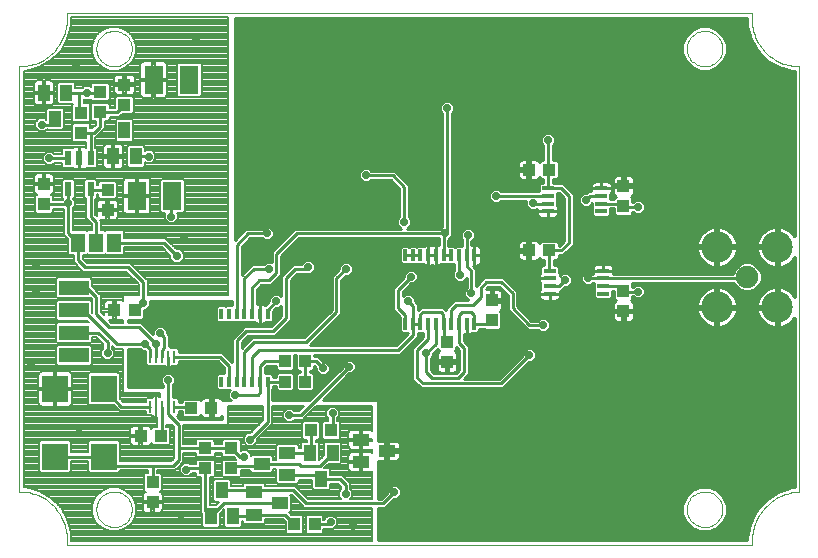
<source format=gbl>
G75*
%MOIN*%
%OFA0B0*%
%FSLAX24Y24*%
%IPPOS*%
%LPD*%
%AMOC8*
5,1,8,0,0,1.08239X$1,22.5*
%
%ADD10R,0.0433X0.0394*%
%ADD11R,0.0394X0.0433*%
%ADD12R,0.0630X0.0945*%
%ADD13R,0.0394X0.0551*%
%ADD14R,0.0551X0.0394*%
%ADD15R,0.0138X0.0354*%
%ADD16R,0.0394X0.0157*%
%ADD17R,0.0850X0.0900*%
%ADD18R,0.0460X0.0630*%
%ADD19R,0.0098X0.0394*%
%ADD20R,0.0236X0.0472*%
%ADD21R,0.0120X0.0390*%
%ADD22C,0.0750*%
%ADD23C,0.1050*%
%ADD24C,0.0000*%
%ADD25R,0.1000X0.0500*%
%ADD26C,0.0080*%
%ADD27OC8,0.0240*%
%ADD28C,0.0100*%
D10*
X007737Y004537D03*
X008407Y004537D03*
X009425Y005475D03*
X010094Y005475D03*
X009885Y004122D03*
X010760Y004122D03*
X010760Y003453D03*
X009885Y003453D03*
X007532Y008725D03*
X006862Y008725D03*
X006635Y012078D03*
X006635Y012747D03*
X006385Y015328D03*
X006385Y015997D03*
X007197Y016247D03*
X007197Y015578D03*
X020675Y013412D03*
X021344Y013412D03*
X021344Y010725D03*
X020675Y010725D03*
D11*
X019447Y009060D03*
X019447Y008390D03*
X017947Y007685D03*
X017947Y007015D03*
X014094Y004725D03*
X013425Y004725D03*
X013219Y006350D03*
X012550Y006350D03*
X012550Y007037D03*
X013219Y007037D03*
X008135Y002997D03*
X008135Y002328D03*
X012862Y001600D03*
X013532Y001600D03*
X023822Y008703D03*
X023822Y009372D03*
X023822Y012203D03*
X023822Y012872D03*
X005760Y014640D03*
X005760Y015310D03*
X004510Y012935D03*
X004510Y012265D03*
D12*
X007606Y012537D03*
X008788Y012537D03*
X009350Y016412D03*
X008169Y016412D03*
D13*
X007197Y014720D03*
X006823Y013854D03*
X007571Y013854D03*
X004885Y015104D03*
X005259Y015970D03*
X004510Y015970D03*
X013385Y003970D03*
X014134Y003970D03*
X013760Y003104D03*
X010821Y001854D03*
X010073Y001854D03*
X010447Y002720D03*
D14*
X011514Y002661D03*
X012380Y002287D03*
X011514Y001913D03*
X012630Y003226D03*
X011764Y003600D03*
X012630Y003974D03*
X015076Y003663D03*
X015943Y004037D03*
X015076Y004411D03*
D15*
X011965Y006343D03*
X011709Y006343D03*
X011453Y006343D03*
X011197Y006343D03*
X010941Y006343D03*
X010685Y006343D03*
X010429Y006343D03*
X010429Y008607D03*
X010685Y008607D03*
X010941Y008607D03*
X011197Y008607D03*
X011453Y008607D03*
X011709Y008607D03*
X011965Y008607D03*
D16*
X021369Y009278D03*
X021369Y009534D03*
X021369Y009790D03*
X021369Y010046D03*
X023150Y010046D03*
X023150Y009790D03*
X023150Y009534D03*
X023150Y009278D03*
X023088Y012028D03*
X023088Y012284D03*
X023088Y012540D03*
X023088Y012796D03*
X021306Y012796D03*
X021306Y012540D03*
X021306Y012284D03*
X021306Y012028D03*
D17*
X006508Y006104D03*
X004886Y006104D03*
X004886Y003846D03*
X006508Y003846D03*
D18*
X006260Y010975D03*
X006860Y010975D03*
X005660Y010975D03*
D19*
X008053Y007182D03*
X008250Y007182D03*
X008447Y007182D03*
X008644Y007182D03*
X008841Y007182D03*
X008841Y005518D03*
X008644Y005518D03*
X008447Y005518D03*
X008250Y005518D03*
X008053Y005518D03*
D20*
X006071Y012773D03*
X005323Y012773D03*
X005323Y013802D03*
X005697Y013802D03*
X006071Y013802D03*
D21*
X016551Y010561D03*
X016807Y010561D03*
X017063Y010561D03*
X017319Y010561D03*
X017575Y010561D03*
X017831Y010561D03*
X018087Y010561D03*
X018343Y010561D03*
X018599Y010561D03*
X018854Y010561D03*
X018854Y008264D03*
X018599Y008264D03*
X018343Y008264D03*
X018087Y008264D03*
X017831Y008264D03*
X017575Y008264D03*
X017319Y008264D03*
X017063Y008264D03*
X016807Y008264D03*
X016551Y008264D03*
D22*
X027949Y009838D03*
D23*
X028953Y008834D03*
X026945Y008834D03*
X026945Y010841D03*
X028953Y010841D03*
D24*
X005272Y001109D02*
X005270Y001186D01*
X005264Y001263D01*
X005255Y001340D01*
X005242Y001416D01*
X005225Y001492D01*
X005204Y001566D01*
X005180Y001640D01*
X005152Y001712D01*
X005121Y001782D01*
X005086Y001851D01*
X005048Y001919D01*
X005007Y001984D01*
X004962Y002047D01*
X004914Y002108D01*
X004864Y002167D01*
X004811Y002223D01*
X004755Y002276D01*
X004696Y002326D01*
X004635Y002374D01*
X004572Y002419D01*
X004507Y002460D01*
X004439Y002498D01*
X004370Y002533D01*
X004300Y002564D01*
X004228Y002592D01*
X004154Y002616D01*
X004080Y002637D01*
X004004Y002654D01*
X003928Y002667D01*
X003851Y002676D01*
X003774Y002682D01*
X003697Y002684D01*
X003697Y016857D01*
X003774Y016859D01*
X003851Y016865D01*
X003928Y016874D01*
X004004Y016887D01*
X004080Y016904D01*
X004154Y016925D01*
X004228Y016949D01*
X004300Y016977D01*
X004370Y017008D01*
X004439Y017043D01*
X004507Y017081D01*
X004572Y017122D01*
X004635Y017167D01*
X004696Y017215D01*
X004755Y017265D01*
X004811Y017318D01*
X004864Y017374D01*
X004914Y017433D01*
X004962Y017494D01*
X005007Y017557D01*
X005048Y017622D01*
X005086Y017690D01*
X005121Y017759D01*
X005152Y017829D01*
X005180Y017901D01*
X005204Y017975D01*
X005225Y018049D01*
X005242Y018125D01*
X005255Y018201D01*
X005264Y018278D01*
X005270Y018355D01*
X005272Y018432D01*
X005272Y018629D01*
X028106Y018629D01*
X028106Y018432D01*
X028108Y018355D01*
X028114Y018278D01*
X028123Y018201D01*
X028136Y018125D01*
X028153Y018049D01*
X028174Y017975D01*
X028198Y017901D01*
X028226Y017829D01*
X028257Y017759D01*
X028292Y017690D01*
X028330Y017622D01*
X028371Y017557D01*
X028416Y017494D01*
X028464Y017433D01*
X028514Y017374D01*
X028567Y017318D01*
X028623Y017265D01*
X028682Y017215D01*
X028743Y017167D01*
X028806Y017122D01*
X028871Y017081D01*
X028939Y017043D01*
X029008Y017008D01*
X029078Y016977D01*
X029150Y016949D01*
X029224Y016925D01*
X029298Y016904D01*
X029374Y016887D01*
X029450Y016874D01*
X029527Y016865D01*
X029604Y016859D01*
X029681Y016857D01*
X029681Y002684D01*
X029682Y002684D02*
X029602Y002678D01*
X029523Y002667D01*
X029444Y002653D01*
X029367Y002635D01*
X029290Y002614D01*
X029214Y002589D01*
X029140Y002560D01*
X029067Y002528D01*
X028995Y002492D01*
X028926Y002453D01*
X028858Y002411D01*
X028793Y002365D01*
X028729Y002317D01*
X028668Y002265D01*
X028610Y002211D01*
X028554Y002154D01*
X028501Y002094D01*
X028451Y002032D01*
X028404Y001968D01*
X028360Y001901D01*
X028319Y001833D01*
X028282Y001762D01*
X028248Y001690D01*
X028217Y001617D01*
X028190Y001541D01*
X028167Y001465D01*
X028147Y001388D01*
X028131Y001310D01*
X028119Y001231D01*
X028110Y001152D01*
X028105Y001072D01*
X028104Y000992D01*
X028107Y000913D01*
X028106Y000912D02*
X005272Y000912D01*
X005272Y001109D01*
X006256Y002094D02*
X006258Y002142D01*
X006264Y002190D01*
X006274Y002237D01*
X006287Y002283D01*
X006305Y002328D01*
X006325Y002372D01*
X006350Y002414D01*
X006378Y002453D01*
X006408Y002490D01*
X006442Y002524D01*
X006479Y002556D01*
X006517Y002585D01*
X006558Y002610D01*
X006601Y002632D01*
X006646Y002650D01*
X006692Y002664D01*
X006739Y002675D01*
X006787Y002682D01*
X006835Y002685D01*
X006883Y002684D01*
X006931Y002679D01*
X006979Y002670D01*
X007025Y002658D01*
X007070Y002641D01*
X007114Y002621D01*
X007156Y002598D01*
X007196Y002571D01*
X007234Y002541D01*
X007269Y002508D01*
X007301Y002472D01*
X007331Y002434D01*
X007357Y002393D01*
X007379Y002350D01*
X007399Y002306D01*
X007414Y002261D01*
X007426Y002214D01*
X007434Y002166D01*
X007438Y002118D01*
X007438Y002070D01*
X007434Y002022D01*
X007426Y001974D01*
X007414Y001927D01*
X007399Y001882D01*
X007379Y001838D01*
X007357Y001795D01*
X007331Y001754D01*
X007301Y001716D01*
X007269Y001680D01*
X007234Y001647D01*
X007196Y001617D01*
X007156Y001590D01*
X007114Y001567D01*
X007070Y001547D01*
X007025Y001530D01*
X006979Y001518D01*
X006931Y001509D01*
X006883Y001504D01*
X006835Y001503D01*
X006787Y001506D01*
X006739Y001513D01*
X006692Y001524D01*
X006646Y001538D01*
X006601Y001556D01*
X006558Y001578D01*
X006517Y001603D01*
X006479Y001632D01*
X006442Y001664D01*
X006408Y001698D01*
X006378Y001735D01*
X006350Y001774D01*
X006325Y001816D01*
X006305Y001860D01*
X006287Y001905D01*
X006274Y001951D01*
X006264Y001998D01*
X006258Y002046D01*
X006256Y002094D01*
X025941Y002094D02*
X025943Y002142D01*
X025949Y002190D01*
X025959Y002237D01*
X025972Y002283D01*
X025990Y002328D01*
X026010Y002372D01*
X026035Y002414D01*
X026063Y002453D01*
X026093Y002490D01*
X026127Y002524D01*
X026164Y002556D01*
X026202Y002585D01*
X026243Y002610D01*
X026286Y002632D01*
X026331Y002650D01*
X026377Y002664D01*
X026424Y002675D01*
X026472Y002682D01*
X026520Y002685D01*
X026568Y002684D01*
X026616Y002679D01*
X026664Y002670D01*
X026710Y002658D01*
X026755Y002641D01*
X026799Y002621D01*
X026841Y002598D01*
X026881Y002571D01*
X026919Y002541D01*
X026954Y002508D01*
X026986Y002472D01*
X027016Y002434D01*
X027042Y002393D01*
X027064Y002350D01*
X027084Y002306D01*
X027099Y002261D01*
X027111Y002214D01*
X027119Y002166D01*
X027123Y002118D01*
X027123Y002070D01*
X027119Y002022D01*
X027111Y001974D01*
X027099Y001927D01*
X027084Y001882D01*
X027064Y001838D01*
X027042Y001795D01*
X027016Y001754D01*
X026986Y001716D01*
X026954Y001680D01*
X026919Y001647D01*
X026881Y001617D01*
X026841Y001590D01*
X026799Y001567D01*
X026755Y001547D01*
X026710Y001530D01*
X026664Y001518D01*
X026616Y001509D01*
X026568Y001504D01*
X026520Y001503D01*
X026472Y001506D01*
X026424Y001513D01*
X026377Y001524D01*
X026331Y001538D01*
X026286Y001556D01*
X026243Y001578D01*
X026202Y001603D01*
X026164Y001632D01*
X026127Y001664D01*
X026093Y001698D01*
X026063Y001735D01*
X026035Y001774D01*
X026010Y001816D01*
X025990Y001860D01*
X025972Y001905D01*
X025959Y001951D01*
X025949Y001998D01*
X025943Y002046D01*
X025941Y002094D01*
X025941Y017448D02*
X025943Y017496D01*
X025949Y017544D01*
X025959Y017591D01*
X025972Y017637D01*
X025990Y017682D01*
X026010Y017726D01*
X026035Y017768D01*
X026063Y017807D01*
X026093Y017844D01*
X026127Y017878D01*
X026164Y017910D01*
X026202Y017939D01*
X026243Y017964D01*
X026286Y017986D01*
X026331Y018004D01*
X026377Y018018D01*
X026424Y018029D01*
X026472Y018036D01*
X026520Y018039D01*
X026568Y018038D01*
X026616Y018033D01*
X026664Y018024D01*
X026710Y018012D01*
X026755Y017995D01*
X026799Y017975D01*
X026841Y017952D01*
X026881Y017925D01*
X026919Y017895D01*
X026954Y017862D01*
X026986Y017826D01*
X027016Y017788D01*
X027042Y017747D01*
X027064Y017704D01*
X027084Y017660D01*
X027099Y017615D01*
X027111Y017568D01*
X027119Y017520D01*
X027123Y017472D01*
X027123Y017424D01*
X027119Y017376D01*
X027111Y017328D01*
X027099Y017281D01*
X027084Y017236D01*
X027064Y017192D01*
X027042Y017149D01*
X027016Y017108D01*
X026986Y017070D01*
X026954Y017034D01*
X026919Y017001D01*
X026881Y016971D01*
X026841Y016944D01*
X026799Y016921D01*
X026755Y016901D01*
X026710Y016884D01*
X026664Y016872D01*
X026616Y016863D01*
X026568Y016858D01*
X026520Y016857D01*
X026472Y016860D01*
X026424Y016867D01*
X026377Y016878D01*
X026331Y016892D01*
X026286Y016910D01*
X026243Y016932D01*
X026202Y016957D01*
X026164Y016986D01*
X026127Y017018D01*
X026093Y017052D01*
X026063Y017089D01*
X026035Y017128D01*
X026010Y017170D01*
X025990Y017214D01*
X025972Y017259D01*
X025959Y017305D01*
X025949Y017352D01*
X025943Y017400D01*
X025941Y017448D01*
X006256Y017448D02*
X006258Y017496D01*
X006264Y017544D01*
X006274Y017591D01*
X006287Y017637D01*
X006305Y017682D01*
X006325Y017726D01*
X006350Y017768D01*
X006378Y017807D01*
X006408Y017844D01*
X006442Y017878D01*
X006479Y017910D01*
X006517Y017939D01*
X006558Y017964D01*
X006601Y017986D01*
X006646Y018004D01*
X006692Y018018D01*
X006739Y018029D01*
X006787Y018036D01*
X006835Y018039D01*
X006883Y018038D01*
X006931Y018033D01*
X006979Y018024D01*
X007025Y018012D01*
X007070Y017995D01*
X007114Y017975D01*
X007156Y017952D01*
X007196Y017925D01*
X007234Y017895D01*
X007269Y017862D01*
X007301Y017826D01*
X007331Y017788D01*
X007357Y017747D01*
X007379Y017704D01*
X007399Y017660D01*
X007414Y017615D01*
X007426Y017568D01*
X007434Y017520D01*
X007438Y017472D01*
X007438Y017424D01*
X007434Y017376D01*
X007426Y017328D01*
X007414Y017281D01*
X007399Y017236D01*
X007379Y017192D01*
X007357Y017149D01*
X007331Y017108D01*
X007301Y017070D01*
X007269Y017034D01*
X007234Y017001D01*
X007196Y016971D01*
X007156Y016944D01*
X007114Y016921D01*
X007070Y016901D01*
X007025Y016884D01*
X006979Y016872D01*
X006931Y016863D01*
X006883Y016858D01*
X006835Y016857D01*
X006787Y016860D01*
X006739Y016867D01*
X006692Y016878D01*
X006646Y016892D01*
X006601Y016910D01*
X006558Y016932D01*
X006517Y016957D01*
X006479Y016986D01*
X006442Y017018D01*
X006408Y017052D01*
X006378Y017089D01*
X006350Y017128D01*
X006325Y017170D01*
X006305Y017214D01*
X006287Y017259D01*
X006274Y017305D01*
X006264Y017352D01*
X006258Y017400D01*
X006256Y017448D01*
D25*
X005510Y009475D03*
X005510Y008725D03*
X005510Y007975D03*
X005510Y007225D03*
D26*
X004910Y007192D02*
X003837Y007192D01*
X003837Y007114D02*
X004910Y007114D01*
X004910Y007035D02*
X003837Y007035D01*
X003837Y006957D02*
X004910Y006957D01*
X004910Y006933D02*
X004968Y006875D01*
X006051Y006875D01*
X006110Y006933D01*
X006110Y007516D01*
X006051Y007575D01*
X004968Y007575D01*
X004910Y007516D01*
X004910Y006933D01*
X004965Y006878D02*
X003837Y006878D01*
X003837Y006800D02*
X007135Y006800D01*
X007135Y006878D02*
X006054Y006878D01*
X006110Y006957D02*
X007135Y006957D01*
X007135Y007035D02*
X006110Y007035D01*
X006110Y007114D02*
X006497Y007114D01*
X006543Y007067D02*
X006415Y007196D01*
X006415Y007379D01*
X006485Y007449D01*
X006485Y007600D01*
X006260Y007825D01*
X006110Y007825D01*
X006110Y007683D01*
X006051Y007625D01*
X004968Y007625D01*
X004910Y007683D01*
X004910Y008266D01*
X004968Y008325D01*
X006010Y008325D01*
X005960Y008375D01*
X004968Y008375D01*
X004910Y008433D01*
X004910Y009016D01*
X004968Y009075D01*
X006051Y009075D01*
X006110Y009016D01*
X006110Y008650D01*
X006110Y008650D01*
X006110Y009100D01*
X006068Y009142D01*
X006051Y009125D01*
X004968Y009125D01*
X004910Y009183D01*
X004910Y009766D01*
X004968Y009825D01*
X006051Y009825D01*
X006110Y009766D01*
X006110Y009525D01*
X006322Y009312D01*
X007672Y009312D01*
X007672Y009390D02*
X006244Y009390D01*
X006322Y009312D02*
X006410Y009225D01*
X006410Y008662D01*
X006506Y008566D01*
X006506Y008685D01*
X006822Y008685D01*
X006822Y008765D01*
X006506Y008765D01*
X006506Y008940D01*
X006515Y008976D01*
X006534Y009008D01*
X006560Y009034D01*
X006592Y009052D01*
X006627Y009062D01*
X006822Y009062D01*
X006822Y008765D01*
X006902Y008765D01*
X006902Y009062D01*
X007097Y009062D01*
X007133Y009052D01*
X007135Y009051D01*
X007135Y009225D01*
X007672Y009225D01*
X007672Y009600D01*
X007263Y010010D01*
X005825Y010010D01*
X005510Y010325D01*
X005510Y010560D01*
X005388Y010560D01*
X005330Y010618D01*
X005330Y011093D01*
X005260Y011162D01*
X005172Y011250D01*
X005172Y012115D01*
X004806Y012115D01*
X004806Y012007D01*
X004748Y011949D01*
X004271Y011949D01*
X004213Y012007D01*
X004213Y012523D01*
X004271Y012582D01*
X004280Y012582D01*
X004259Y012588D01*
X004227Y012606D01*
X004201Y012632D01*
X004182Y012664D01*
X004173Y012700D01*
X004173Y012895D01*
X004470Y012895D01*
X004470Y012975D01*
X004470Y013291D01*
X004294Y013291D01*
X004259Y013282D01*
X004227Y013263D01*
X004201Y013237D01*
X004182Y013205D01*
X004173Y013170D01*
X004173Y012975D01*
X004470Y012975D01*
X004550Y012975D01*
X004846Y012975D01*
X004846Y013170D01*
X004837Y013205D01*
X004818Y013237D01*
X004792Y013263D01*
X004760Y013282D01*
X004725Y013291D01*
X004550Y013291D01*
X004550Y012975D01*
X004550Y012895D01*
X004846Y012895D01*
X004846Y012700D01*
X004837Y012664D01*
X004818Y012632D01*
X004792Y012606D01*
X004760Y012588D01*
X004739Y012582D01*
X004748Y012582D01*
X004806Y012523D01*
X004806Y012415D01*
X005139Y012415D01*
X005162Y012438D01*
X005105Y012496D01*
X005105Y013051D01*
X005163Y013109D01*
X005483Y013109D01*
X005541Y013051D01*
X005541Y012496D01*
X005483Y012438D01*
X005542Y012379D01*
X005542Y012196D01*
X005472Y012126D01*
X005472Y011390D01*
X005931Y011390D01*
X005960Y011361D01*
X005988Y011390D01*
X006110Y011390D01*
X006110Y011600D01*
X005921Y011789D01*
X005921Y012437D01*
X005911Y012437D01*
X005853Y012496D01*
X005853Y013051D01*
X005911Y013109D01*
X006231Y013109D01*
X006289Y013051D01*
X006289Y012897D01*
X006318Y012897D01*
X006318Y012985D01*
X006377Y013044D01*
X006892Y013044D01*
X006951Y012985D01*
X006951Y012509D01*
X006892Y012450D01*
X006377Y012450D01*
X006318Y012509D01*
X006318Y012597D01*
X006289Y012597D01*
X006289Y012496D01*
X006231Y012437D01*
X006221Y012437D01*
X006221Y011913D01*
X006280Y011854D01*
X006278Y011862D01*
X006278Y012038D01*
X006595Y012038D01*
X006675Y012038D01*
X006675Y012118D01*
X006991Y012118D01*
X006991Y012293D01*
X006982Y012329D01*
X006963Y012361D01*
X006937Y012387D01*
X006905Y012405D01*
X006869Y012415D01*
X006675Y012415D01*
X006675Y012118D01*
X006595Y012118D01*
X006595Y012415D01*
X006400Y012415D01*
X006364Y012405D01*
X006332Y012387D01*
X006306Y012361D01*
X006288Y012329D01*
X006278Y012293D01*
X006278Y012118D01*
X006595Y012118D01*
X006595Y012038D01*
X006595Y011741D01*
X006400Y011741D01*
X006391Y011743D01*
X006410Y011725D01*
X006410Y011390D01*
X006531Y011390D01*
X006560Y011361D01*
X006588Y011390D01*
X007131Y011390D01*
X007190Y011331D01*
X007190Y011125D01*
X008572Y011125D01*
X008660Y011037D01*
X008939Y010757D01*
X009038Y010757D01*
X009167Y010629D01*
X009167Y010446D01*
X009038Y010317D01*
X008856Y010317D01*
X008727Y010446D01*
X008727Y010545D01*
X008447Y010825D01*
X007190Y010825D01*
X007190Y010618D01*
X007131Y010560D01*
X006588Y010560D01*
X006560Y010588D01*
X006531Y010560D01*
X005988Y010560D01*
X005960Y010588D01*
X005931Y010560D01*
X005810Y010560D01*
X005810Y010450D01*
X005950Y010310D01*
X007387Y010310D01*
X007884Y009812D01*
X007972Y009725D01*
X007972Y009225D01*
X010635Y009225D01*
X010635Y018489D01*
X005412Y018489D01*
X005412Y018206D01*
X005295Y017770D01*
X005295Y017770D01*
X005069Y017379D01*
X005069Y017379D01*
X004750Y017060D01*
X004750Y017060D01*
X004359Y016834D01*
X004359Y016834D01*
X003923Y016717D01*
X003837Y016717D01*
X003837Y002824D01*
X003923Y002824D01*
X004359Y002707D01*
X004359Y002707D01*
X004750Y002481D01*
X004750Y002481D01*
X005069Y002162D01*
X005069Y002162D01*
X005295Y001771D01*
X005295Y001771D01*
X005412Y001335D01*
X005412Y001052D01*
X015447Y001052D01*
X015447Y002137D01*
X013197Y002137D01*
X013110Y002225D01*
X012764Y002570D01*
X012711Y002570D01*
X012756Y002526D01*
X012756Y002049D01*
X012697Y001991D01*
X012684Y001991D01*
X012699Y001976D01*
X012758Y001916D01*
X013101Y001916D01*
X013159Y001858D01*
X013159Y001342D01*
X013101Y001283D01*
X012624Y001283D01*
X012566Y001342D01*
X012566Y001685D01*
X012487Y001763D01*
X011890Y001763D01*
X011890Y001675D01*
X011831Y001617D01*
X011197Y001617D01*
X011138Y001675D01*
X011138Y001704D01*
X011118Y001704D01*
X011118Y001537D01*
X011059Y001479D01*
X010583Y001479D01*
X010524Y001537D01*
X010524Y002093D01*
X010370Y001939D01*
X010370Y001537D01*
X010311Y001479D01*
X009835Y001479D01*
X009776Y001537D01*
X009776Y001939D01*
X009735Y001981D01*
X009735Y003156D01*
X009627Y003156D01*
X009568Y003214D01*
X009568Y003303D01*
X009461Y003303D01*
X009351Y003192D01*
X009168Y003192D01*
X009040Y003321D01*
X009040Y003504D01*
X009168Y003632D01*
X009351Y003632D01*
X009380Y003603D01*
X009568Y003603D01*
X009568Y003691D01*
X009627Y003750D01*
X010142Y003750D01*
X010201Y003691D01*
X010201Y003214D01*
X010142Y003156D01*
X010035Y003156D01*
X010035Y002230D01*
X010236Y002230D01*
X010351Y002345D01*
X010209Y002345D01*
X010150Y002403D01*
X010150Y003037D01*
X010209Y003096D01*
X010685Y003096D01*
X010744Y003037D01*
X010744Y002870D01*
X011138Y002870D01*
X011138Y002900D01*
X011197Y002958D01*
X011831Y002958D01*
X011890Y002900D01*
X011890Y002870D01*
X012889Y002870D01*
X013322Y002437D01*
X014423Y002437D01*
X014352Y002509D01*
X014352Y002691D01*
X014422Y002761D01*
X014422Y002850D01*
X014322Y002950D01*
X014056Y002952D01*
X014056Y002787D01*
X013998Y002729D01*
X013521Y002729D01*
X013463Y002787D01*
X013463Y003076D01*
X013006Y003076D01*
X013006Y002988D01*
X012947Y002929D01*
X012313Y002929D01*
X012254Y002988D01*
X012254Y003450D01*
X012140Y003450D01*
X012140Y003362D01*
X012081Y003303D01*
X011447Y003303D01*
X011388Y003362D01*
X011388Y003387D01*
X011076Y003387D01*
X011076Y003214D01*
X011017Y003156D01*
X010502Y003156D01*
X010443Y003214D01*
X010443Y003691D01*
X010502Y003750D01*
X010920Y003750D01*
X010882Y003788D01*
X010844Y003825D01*
X010502Y003825D01*
X010443Y003884D01*
X010443Y003972D01*
X010201Y003972D01*
X010201Y003884D01*
X010142Y003825D01*
X009627Y003825D01*
X009568Y003884D01*
X009568Y003972D01*
X009160Y003972D01*
X009160Y003663D01*
X008972Y003475D01*
X008884Y003387D01*
X008285Y003387D01*
X008285Y003314D01*
X008373Y003314D01*
X008431Y003255D01*
X008431Y002739D01*
X008373Y002681D01*
X008364Y002681D01*
X008385Y002675D01*
X008417Y002656D01*
X008443Y002630D01*
X008462Y002598D01*
X008471Y002563D01*
X008471Y002368D01*
X008175Y002368D01*
X008175Y002288D01*
X008471Y002288D01*
X008471Y002093D01*
X008462Y002057D01*
X008443Y002025D01*
X008417Y001999D01*
X008385Y001981D01*
X008350Y001971D01*
X008175Y001971D01*
X008175Y002288D01*
X008095Y002288D01*
X008095Y001971D01*
X007919Y001971D01*
X007884Y001981D01*
X007852Y001999D01*
X007826Y002025D01*
X007807Y002057D01*
X007798Y002093D01*
X007798Y002288D01*
X008095Y002288D01*
X008095Y002368D01*
X007798Y002368D01*
X007798Y002563D01*
X007807Y002598D01*
X007826Y002630D01*
X007852Y002656D01*
X007884Y002675D01*
X007905Y002681D01*
X007896Y002681D01*
X007838Y002739D01*
X007838Y003255D01*
X007896Y003314D01*
X007985Y003314D01*
X007985Y003387D01*
X007033Y003387D01*
X007033Y003355D01*
X006974Y003296D01*
X006041Y003296D01*
X005983Y003355D01*
X005983Y003696D01*
X005411Y003696D01*
X005411Y003355D01*
X005353Y003296D01*
X004420Y003296D01*
X004361Y003355D01*
X004361Y004337D01*
X004420Y004396D01*
X005353Y004396D01*
X005411Y004337D01*
X005411Y003996D01*
X005983Y003996D01*
X005983Y004337D01*
X006041Y004396D01*
X006974Y004396D01*
X007033Y004337D01*
X007033Y003687D01*
X008760Y003687D01*
X008860Y003787D01*
X008860Y004850D01*
X008797Y004912D01*
X008597Y004912D01*
X008597Y004834D01*
X008665Y004834D01*
X008723Y004776D01*
X008723Y004299D01*
X008665Y004241D01*
X008149Y004241D01*
X008090Y004299D01*
X008090Y004308D01*
X008084Y004287D01*
X008066Y004255D01*
X008040Y004229D01*
X008008Y004210D01*
X007972Y004201D01*
X007777Y004201D01*
X007777Y004497D01*
X007697Y004497D01*
X007697Y004201D01*
X007502Y004201D01*
X007467Y004210D01*
X007435Y004229D01*
X007409Y004255D01*
X007390Y004287D01*
X007381Y004322D01*
X007381Y004497D01*
X007697Y004497D01*
X007697Y004577D01*
X007381Y004577D01*
X007381Y004753D01*
X007390Y004788D01*
X007409Y004820D01*
X007435Y004846D01*
X007467Y004865D01*
X007502Y004874D01*
X007697Y004874D01*
X007697Y004577D01*
X007777Y004577D01*
X007777Y004874D01*
X007972Y004874D01*
X008008Y004865D01*
X008040Y004846D01*
X008066Y004820D01*
X008084Y004788D01*
X008090Y004767D01*
X008090Y004776D01*
X008149Y004834D01*
X008297Y004834D01*
X008297Y005181D01*
X008250Y005181D01*
X008250Y005518D01*
X008250Y005855D01*
X008183Y005855D01*
X008147Y005845D01*
X008115Y005827D01*
X008103Y005815D01*
X007963Y005815D01*
X007904Y005756D01*
X007904Y005668D01*
X007156Y005668D01*
X007033Y005791D01*
X007033Y006595D01*
X006974Y006654D01*
X006041Y006654D01*
X005983Y006595D01*
X005983Y005612D01*
X006041Y005554D01*
X006845Y005554D01*
X007031Y005368D01*
X007904Y005368D01*
X007904Y005280D01*
X007963Y005221D01*
X008103Y005221D01*
X008115Y005209D01*
X008147Y005191D01*
X008183Y005181D01*
X008250Y005181D01*
X008250Y005518D01*
X008250Y005518D01*
X008250Y005518D01*
X008250Y005855D01*
X008318Y005855D01*
X008353Y005845D01*
X008385Y005827D01*
X008385Y005975D01*
X007135Y005975D01*
X007135Y007450D01*
X006885Y007450D01*
X006797Y007538D01*
X006785Y007550D01*
X006785Y007449D01*
X006855Y007379D01*
X006855Y007196D01*
X006726Y007067D01*
X006543Y007067D01*
X006418Y007192D02*
X006110Y007192D01*
X006110Y007271D02*
X006415Y007271D01*
X006415Y007349D02*
X006110Y007349D01*
X006110Y007428D02*
X006464Y007428D01*
X006485Y007506D02*
X006110Y007506D01*
X006089Y007663D02*
X006421Y007663D01*
X006485Y007585D02*
X003837Y007585D01*
X003837Y007663D02*
X004930Y007663D01*
X004910Y007742D02*
X003837Y007742D01*
X003837Y007820D02*
X004910Y007820D01*
X004910Y007899D02*
X003837Y007899D01*
X003837Y007977D02*
X004910Y007977D01*
X004910Y008056D02*
X003837Y008056D01*
X003837Y008134D02*
X004910Y008134D01*
X004910Y008213D02*
X003837Y008213D01*
X003837Y008291D02*
X004935Y008291D01*
X004910Y008448D02*
X003837Y008448D01*
X003837Y008370D02*
X005965Y008370D01*
X006110Y008684D02*
X006110Y008684D01*
X006110Y008762D02*
X006110Y008762D01*
X006110Y008841D02*
X006110Y008841D01*
X006110Y008919D02*
X006110Y008919D01*
X006110Y008998D02*
X006110Y008998D01*
X006110Y009076D02*
X003837Y009076D01*
X003837Y008998D02*
X004910Y008998D01*
X004910Y008919D02*
X003837Y008919D01*
X003837Y008841D02*
X004910Y008841D01*
X004910Y008762D02*
X003837Y008762D01*
X003837Y008684D02*
X004910Y008684D01*
X004910Y008605D02*
X003837Y008605D01*
X003837Y008527D02*
X004910Y008527D01*
X004938Y009155D02*
X003837Y009155D01*
X003837Y009233D02*
X004910Y009233D01*
X004910Y009312D02*
X003837Y009312D01*
X003837Y009390D02*
X004910Y009390D01*
X004910Y009469D02*
X003837Y009469D01*
X003837Y009547D02*
X004910Y009547D01*
X004910Y009626D02*
X003837Y009626D01*
X003837Y009704D02*
X004910Y009704D01*
X004926Y009783D02*
X003837Y009783D01*
X003837Y009861D02*
X007411Y009861D01*
X007489Y009783D02*
X006093Y009783D01*
X006110Y009704D02*
X007568Y009704D01*
X007646Y009626D02*
X006110Y009626D01*
X006110Y009547D02*
X007672Y009547D01*
X007672Y009469D02*
X006165Y009469D01*
X006401Y009233D02*
X007672Y009233D01*
X007972Y009233D02*
X010635Y009233D01*
X010635Y009312D02*
X007972Y009312D01*
X007972Y009390D02*
X010635Y009390D01*
X010635Y009469D02*
X007972Y009469D01*
X007972Y009547D02*
X010635Y009547D01*
X010635Y009626D02*
X007972Y009626D01*
X007972Y009704D02*
X010635Y009704D01*
X010635Y009783D02*
X007914Y009783D01*
X007835Y009861D02*
X010635Y009861D01*
X010635Y009940D02*
X007757Y009940D01*
X007678Y010018D02*
X010635Y010018D01*
X010635Y010097D02*
X007600Y010097D01*
X007521Y010175D02*
X010635Y010175D01*
X010635Y010254D02*
X007443Y010254D01*
X007332Y009940D02*
X003837Y009940D01*
X003837Y010018D02*
X005816Y010018D01*
X005738Y010097D02*
X003837Y010097D01*
X003837Y010175D02*
X005659Y010175D01*
X005581Y010254D02*
X003837Y010254D01*
X003837Y010332D02*
X005510Y010332D01*
X005510Y010411D02*
X003837Y010411D01*
X003837Y010489D02*
X005510Y010489D01*
X005380Y010568D02*
X003837Y010568D01*
X003837Y010646D02*
X005330Y010646D01*
X005330Y010725D02*
X003837Y010725D01*
X003837Y010803D02*
X005330Y010803D01*
X005330Y010882D02*
X003837Y010882D01*
X003837Y010960D02*
X005330Y010960D01*
X005330Y011039D02*
X003837Y011039D01*
X003837Y011117D02*
X005305Y011117D01*
X005226Y011196D02*
X003837Y011196D01*
X003837Y011274D02*
X005172Y011274D01*
X005172Y011353D02*
X003837Y011353D01*
X003837Y011431D02*
X005172Y011431D01*
X005172Y011510D02*
X003837Y011510D01*
X003837Y011588D02*
X005172Y011588D01*
X005172Y011667D02*
X003837Y011667D01*
X003837Y011745D02*
X005172Y011745D01*
X005172Y011824D02*
X003837Y011824D01*
X003837Y011902D02*
X005172Y011902D01*
X005172Y011981D02*
X004780Y011981D01*
X004806Y012059D02*
X005172Y012059D01*
X005472Y012059D02*
X005921Y012059D01*
X005921Y011981D02*
X005472Y011981D01*
X005472Y011902D02*
X005921Y011902D01*
X005921Y011824D02*
X005472Y011824D01*
X005472Y011745D02*
X005964Y011745D01*
X006043Y011667D02*
X005472Y011667D01*
X005472Y011588D02*
X006110Y011588D01*
X006110Y011510D02*
X005472Y011510D01*
X005472Y011431D02*
X006110Y011431D01*
X006410Y011431D02*
X010635Y011431D01*
X010635Y011353D02*
X007168Y011353D01*
X007190Y011274D02*
X010635Y011274D01*
X010635Y011196D02*
X007190Y011196D01*
X007190Y010803D02*
X008469Y010803D01*
X008547Y010725D02*
X007190Y010725D01*
X007190Y010646D02*
X008626Y010646D01*
X008704Y010568D02*
X007139Y010568D01*
X006580Y010568D02*
X006539Y010568D01*
X005980Y010568D02*
X005939Y010568D01*
X005810Y010489D02*
X008727Y010489D01*
X008762Y010411D02*
X005848Y010411D01*
X005927Y010332D02*
X008841Y010332D01*
X009053Y010332D02*
X010635Y010332D01*
X010635Y010411D02*
X009132Y010411D01*
X009167Y010489D02*
X010635Y010489D01*
X010635Y010568D02*
X009167Y010568D01*
X009149Y010646D02*
X010635Y010646D01*
X010635Y010725D02*
X009071Y010725D01*
X008893Y010803D02*
X010635Y010803D01*
X010635Y010882D02*
X008815Y010882D01*
X008736Y010960D02*
X010635Y010960D01*
X010635Y011039D02*
X008658Y011039D01*
X008579Y011117D02*
X010635Y011117D01*
X010635Y011510D02*
X006410Y011510D01*
X006410Y011588D02*
X010635Y011588D01*
X010635Y011667D02*
X008888Y011667D01*
X008851Y011630D02*
X008980Y011759D01*
X008980Y011941D01*
X008956Y011965D01*
X009144Y011965D01*
X009203Y012024D01*
X009203Y013051D01*
X009144Y013110D01*
X008431Y013110D01*
X008373Y013051D01*
X008373Y012024D01*
X008431Y011965D01*
X008563Y011965D01*
X008540Y011941D01*
X008540Y011759D01*
X008668Y011630D01*
X008851Y011630D01*
X008966Y011745D02*
X010635Y011745D01*
X010635Y011824D02*
X008980Y011824D01*
X008980Y011902D02*
X010635Y011902D01*
X010635Y011981D02*
X009160Y011981D01*
X009203Y012059D02*
X010635Y012059D01*
X010635Y012138D02*
X009203Y012138D01*
X009203Y012216D02*
X010635Y012216D01*
X010635Y012295D02*
X009203Y012295D01*
X009203Y012373D02*
X010635Y012373D01*
X010635Y012452D02*
X009203Y012452D01*
X009203Y012530D02*
X010635Y012530D01*
X010635Y012609D02*
X009203Y012609D01*
X009203Y012687D02*
X010635Y012687D01*
X010635Y012766D02*
X009203Y012766D01*
X009203Y012844D02*
X010635Y012844D01*
X010635Y012923D02*
X009203Y012923D01*
X009203Y013001D02*
X010635Y013001D01*
X010635Y013080D02*
X009174Y013080D01*
X008401Y013080D02*
X008043Y013080D01*
X008052Y013064D02*
X008033Y013096D01*
X008007Y013122D01*
X007975Y013140D01*
X007940Y013150D01*
X007646Y013150D01*
X007646Y012577D01*
X008061Y012577D01*
X008061Y013028D01*
X008052Y013064D01*
X008061Y013001D02*
X008373Y013001D01*
X008373Y012923D02*
X008061Y012923D01*
X008061Y012844D02*
X008373Y012844D01*
X008373Y012766D02*
X008061Y012766D01*
X008061Y012687D02*
X008373Y012687D01*
X008373Y012609D02*
X008061Y012609D01*
X008061Y012497D02*
X007646Y012497D01*
X007646Y011925D01*
X007940Y011925D01*
X007975Y011935D01*
X008007Y011953D01*
X008033Y011979D01*
X008052Y012011D01*
X008061Y012047D01*
X008061Y012497D01*
X008061Y012452D02*
X008373Y012452D01*
X008373Y012530D02*
X007646Y012530D01*
X007646Y012497D02*
X007646Y012577D01*
X007566Y012577D01*
X007566Y012497D01*
X007646Y012497D01*
X007646Y012452D02*
X007566Y012452D01*
X007566Y012497D02*
X007566Y011925D01*
X007273Y011925D01*
X007237Y011935D01*
X007206Y011953D01*
X007179Y011979D01*
X007161Y012011D01*
X007152Y012047D01*
X007152Y012497D01*
X007566Y012497D01*
X007566Y012530D02*
X006951Y012530D01*
X006951Y012609D02*
X007152Y012609D01*
X007152Y012577D02*
X007566Y012577D01*
X007566Y013150D01*
X007273Y013150D01*
X007237Y013140D01*
X007206Y013122D01*
X007179Y013096D01*
X007161Y013064D01*
X007152Y013028D01*
X007152Y012577D01*
X007152Y012687D02*
X006951Y012687D01*
X006951Y012766D02*
X007152Y012766D01*
X007152Y012844D02*
X006951Y012844D01*
X006951Y012923D02*
X007152Y012923D01*
X007152Y013001D02*
X006935Y013001D01*
X007170Y013080D02*
X006260Y013080D01*
X006289Y013001D02*
X006334Y013001D01*
X006318Y012923D02*
X006289Y012923D01*
X005882Y013080D02*
X005512Y013080D01*
X005541Y013001D02*
X005853Y013001D01*
X005853Y012923D02*
X005541Y012923D01*
X005541Y012844D02*
X005853Y012844D01*
X005853Y012766D02*
X005541Y012766D01*
X005541Y012687D02*
X005853Y012687D01*
X005853Y012609D02*
X005541Y012609D01*
X005541Y012530D02*
X005853Y012530D01*
X005897Y012452D02*
X005497Y012452D01*
X005542Y012373D02*
X005921Y012373D01*
X005921Y012295D02*
X005542Y012295D01*
X005542Y012216D02*
X005921Y012216D01*
X005921Y012138D02*
X005484Y012138D01*
X005149Y012452D02*
X004806Y012452D01*
X004799Y012530D02*
X005105Y012530D01*
X005105Y012609D02*
X004795Y012609D01*
X004843Y012687D02*
X005105Y012687D01*
X005105Y012766D02*
X004846Y012766D01*
X004846Y012844D02*
X005105Y012844D01*
X005105Y012923D02*
X004550Y012923D01*
X004550Y013001D02*
X004470Y013001D01*
X004470Y012923D02*
X003837Y012923D01*
X003837Y013001D02*
X004173Y013001D01*
X004173Y013080D02*
X003837Y013080D01*
X003837Y013158D02*
X004173Y013158D01*
X004201Y013237D02*
X003837Y013237D01*
X003837Y013315D02*
X010635Y013315D01*
X010635Y013237D02*
X004818Y013237D01*
X004846Y013158D02*
X010635Y013158D01*
X010635Y013394D02*
X003837Y013394D01*
X003837Y013472D02*
X005156Y013472D01*
X005163Y013465D02*
X005481Y013465D01*
X005493Y013453D01*
X005525Y013435D01*
X005560Y013425D01*
X005678Y013425D01*
X005678Y013783D01*
X005716Y013783D01*
X005716Y013425D01*
X005834Y013425D01*
X005869Y013435D01*
X005901Y013453D01*
X005913Y013465D01*
X006231Y013465D01*
X006289Y013524D01*
X006289Y014079D01*
X006231Y014138D01*
X006221Y014138D01*
X006221Y014490D01*
X006237Y014490D01*
X006447Y014700D01*
X006535Y014788D01*
X006535Y015031D01*
X006642Y015031D01*
X006701Y015089D01*
X006701Y015178D01*
X007009Y015178D01*
X007112Y015281D01*
X007455Y015281D01*
X007514Y015339D01*
X007514Y015816D01*
X007455Y015875D01*
X006939Y015875D01*
X006880Y015816D01*
X006880Y015478D01*
X006701Y015478D01*
X006701Y015566D01*
X006642Y015625D01*
X006127Y015625D01*
X006068Y015566D01*
X006068Y015089D01*
X006127Y015031D01*
X006235Y015031D01*
X006235Y014912D01*
X006113Y014790D01*
X006056Y014790D01*
X006056Y014898D01*
X005998Y014957D01*
X005521Y014957D01*
X005463Y014898D01*
X005463Y014382D01*
X005521Y014324D01*
X005921Y014324D01*
X005921Y014138D01*
X005913Y014138D01*
X005901Y014150D01*
X005869Y014168D01*
X005834Y014178D01*
X005716Y014178D01*
X005716Y013821D01*
X005678Y013821D01*
X005678Y014178D01*
X005560Y014178D01*
X005525Y014168D01*
X005493Y014150D01*
X005481Y014138D01*
X005163Y014138D01*
X005105Y014079D01*
X005105Y013952D01*
X004844Y013952D01*
X004788Y014007D01*
X004606Y014007D01*
X004477Y013879D01*
X004477Y013696D01*
X004606Y013567D01*
X004788Y013567D01*
X004872Y013652D01*
X005105Y013652D01*
X005105Y013524D01*
X005163Y013465D01*
X005105Y013551D02*
X003837Y013551D01*
X003837Y013629D02*
X004544Y013629D01*
X004477Y013708D02*
X003837Y013708D01*
X003837Y013786D02*
X004477Y013786D01*
X004477Y013865D02*
X003837Y013865D01*
X003837Y013943D02*
X004542Y013943D01*
X004850Y013629D02*
X005105Y013629D01*
X005105Y014022D02*
X003837Y014022D01*
X003837Y014100D02*
X005126Y014100D01*
X005509Y014336D02*
X003837Y014336D01*
X003837Y014414D02*
X005463Y014414D01*
X005463Y014493D02*
X003837Y014493D01*
X003837Y014571D02*
X005463Y014571D01*
X005463Y014650D02*
X003837Y014650D01*
X003837Y014728D02*
X004320Y014728D01*
X004356Y014692D02*
X004538Y014692D01*
X004608Y014762D01*
X004613Y014762D01*
X004646Y014729D01*
X005123Y014729D01*
X005181Y014787D01*
X005181Y015421D01*
X005123Y015480D01*
X004646Y015480D01*
X004588Y015421D01*
X004588Y015083D01*
X004538Y015132D01*
X004356Y015132D01*
X004227Y015004D01*
X004227Y014821D01*
X004356Y014692D01*
X004241Y014807D02*
X003837Y014807D01*
X003837Y014885D02*
X004227Y014885D01*
X004227Y014964D02*
X003837Y014964D01*
X003837Y015042D02*
X004266Y015042D01*
X004344Y015121D02*
X003837Y015121D01*
X003837Y015199D02*
X004588Y015199D01*
X004588Y015121D02*
X004550Y015121D01*
X004588Y015278D02*
X003837Y015278D01*
X003837Y015356D02*
X004588Y015356D01*
X004601Y015435D02*
X003837Y015435D01*
X003837Y015513D02*
X005463Y015513D01*
X005463Y015568D02*
X005463Y015052D01*
X005521Y014993D01*
X005998Y014993D01*
X006056Y015052D01*
X006056Y015568D01*
X005998Y015626D01*
X005847Y015626D01*
X005847Y015759D01*
X005856Y015750D01*
X006038Y015750D01*
X006068Y015780D01*
X006068Y015759D01*
X006127Y015700D01*
X006642Y015700D01*
X006701Y015759D01*
X006701Y016235D01*
X006642Y016294D01*
X006127Y016294D01*
X006068Y016235D01*
X006068Y016161D01*
X006038Y016190D01*
X005856Y016190D01*
X005786Y016120D01*
X005555Y016120D01*
X005555Y016287D01*
X005497Y016346D01*
X005020Y016346D01*
X004962Y016287D01*
X004962Y015653D01*
X005020Y015595D01*
X005490Y015595D01*
X005463Y015568D01*
X005487Y015592D02*
X004802Y015592D01*
X004793Y015583D02*
X004819Y015609D01*
X004838Y015641D01*
X004847Y015676D01*
X004847Y015930D01*
X004551Y015930D01*
X004551Y016010D01*
X004847Y016010D01*
X004847Y016264D01*
X004838Y016300D01*
X004819Y016332D01*
X004793Y016358D01*
X004761Y016377D01*
X004726Y016386D01*
X004550Y016386D01*
X004550Y016010D01*
X004470Y016010D01*
X004470Y015930D01*
X004174Y015930D01*
X004174Y015676D01*
X004183Y015641D01*
X004202Y015609D01*
X004228Y015583D01*
X004260Y015564D01*
X004295Y015555D01*
X004470Y015555D01*
X004470Y015930D01*
X004550Y015930D01*
X004550Y015555D01*
X004726Y015555D01*
X004761Y015564D01*
X004793Y015583D01*
X004846Y015670D02*
X004962Y015670D01*
X004962Y015749D02*
X004847Y015749D01*
X004847Y015827D02*
X004962Y015827D01*
X004962Y015906D02*
X004847Y015906D01*
X004962Y015984D02*
X004551Y015984D01*
X004550Y015906D02*
X004470Y015906D01*
X004470Y015984D02*
X003837Y015984D01*
X003837Y015906D02*
X004174Y015906D01*
X004174Y015827D02*
X003837Y015827D01*
X003837Y015749D02*
X004174Y015749D01*
X004175Y015670D02*
X003837Y015670D01*
X003837Y015592D02*
X004219Y015592D01*
X004470Y015592D02*
X004550Y015592D01*
X004550Y015670D02*
X004470Y015670D01*
X004470Y015749D02*
X004550Y015749D01*
X004550Y015827D02*
X004470Y015827D01*
X004470Y016010D02*
X004174Y016010D01*
X004174Y016264D01*
X004183Y016300D01*
X004202Y016332D01*
X004228Y016358D01*
X004260Y016377D01*
X004295Y016386D01*
X004470Y016386D01*
X004470Y016010D01*
X004470Y016063D02*
X004550Y016063D01*
X004550Y016141D02*
X004470Y016141D01*
X004470Y016220D02*
X004550Y016220D01*
X004550Y016298D02*
X004470Y016298D01*
X004470Y016377D02*
X004550Y016377D01*
X004760Y016377D02*
X006840Y016377D01*
X006840Y016455D02*
X003837Y016455D01*
X003837Y016377D02*
X004261Y016377D01*
X004183Y016298D02*
X003837Y016298D01*
X003837Y016220D02*
X004174Y016220D01*
X004174Y016141D02*
X003837Y016141D01*
X003837Y016063D02*
X004174Y016063D01*
X003837Y016534D02*
X006873Y016534D01*
X006868Y016530D02*
X006850Y016498D01*
X006840Y016462D01*
X006840Y016287D01*
X007157Y016287D01*
X007157Y016207D01*
X007237Y016207D01*
X007237Y015910D01*
X007432Y015910D01*
X007468Y015920D01*
X007500Y015938D01*
X007526Y015964D01*
X007544Y015996D01*
X007554Y016032D01*
X007554Y016207D01*
X007237Y016207D01*
X007237Y016287D01*
X007554Y016287D01*
X007554Y016462D01*
X007544Y016498D01*
X007526Y016530D01*
X007500Y016556D01*
X007468Y016574D01*
X007432Y016584D01*
X007237Y016584D01*
X007237Y016287D01*
X007157Y016287D01*
X007157Y016584D01*
X006962Y016584D01*
X006926Y016574D01*
X006895Y016556D01*
X006868Y016530D01*
X006992Y016717D02*
X006701Y016717D01*
X006433Y016829D01*
X006227Y017034D01*
X006116Y017303D01*
X006116Y017593D01*
X006227Y017862D01*
X006433Y018067D01*
X006701Y018178D01*
X006992Y018178D01*
X007260Y018067D01*
X007466Y017862D01*
X007577Y017593D01*
X007577Y017303D01*
X007466Y017034D01*
X007260Y016829D01*
X006992Y016717D01*
X007118Y016769D02*
X007714Y016769D01*
X007714Y016691D02*
X003837Y016691D01*
X003837Y016612D02*
X007714Y016612D01*
X007714Y016534D02*
X007521Y016534D01*
X007554Y016455D02*
X007714Y016455D01*
X007714Y016452D02*
X008129Y016452D01*
X008129Y016372D01*
X008209Y016372D01*
X008209Y015800D01*
X008502Y015800D01*
X008538Y015810D01*
X008570Y015828D01*
X008596Y015854D01*
X008614Y015886D01*
X008624Y015922D01*
X008624Y016372D01*
X008209Y016372D01*
X008209Y016452D01*
X008624Y016452D01*
X008624Y016903D01*
X008614Y016939D01*
X008596Y016971D01*
X008570Y016997D01*
X008538Y017015D01*
X008502Y017025D01*
X008209Y017025D01*
X008209Y016452D01*
X008129Y016452D01*
X008129Y017025D01*
X007836Y017025D01*
X007800Y017015D01*
X007768Y016997D01*
X007742Y016971D01*
X007724Y016939D01*
X007714Y016903D01*
X007714Y016452D01*
X007714Y016372D02*
X007714Y015922D01*
X007724Y015886D01*
X007742Y015854D01*
X007768Y015828D01*
X007800Y015810D01*
X007836Y015800D01*
X008129Y015800D01*
X008129Y016372D01*
X007714Y016372D01*
X007714Y016298D02*
X007554Y016298D01*
X007554Y016377D02*
X008129Y016377D01*
X008129Y016455D02*
X008209Y016455D01*
X008209Y016377D02*
X008935Y016377D01*
X008935Y016455D02*
X008624Y016455D01*
X008624Y016534D02*
X008935Y016534D01*
X008935Y016612D02*
X008624Y016612D01*
X008624Y016691D02*
X008935Y016691D01*
X008935Y016769D02*
X008624Y016769D01*
X008624Y016848D02*
X008935Y016848D01*
X008935Y016926D02*
X008994Y016985D01*
X009706Y016985D01*
X009765Y016926D01*
X009765Y015899D01*
X009706Y015840D01*
X008994Y015840D01*
X008935Y015899D01*
X008935Y016926D01*
X008618Y016926D01*
X008556Y017005D02*
X010635Y017005D01*
X010635Y017083D02*
X007486Y017083D01*
X007519Y017162D02*
X010635Y017162D01*
X010635Y017240D02*
X007551Y017240D01*
X007577Y017319D02*
X010635Y017319D01*
X010635Y017397D02*
X007577Y017397D01*
X007577Y017476D02*
X010635Y017476D01*
X010635Y017554D02*
X007577Y017554D01*
X007561Y017633D02*
X010635Y017633D01*
X010635Y017711D02*
X007528Y017711D01*
X007496Y017790D02*
X010635Y017790D01*
X010635Y017868D02*
X007459Y017868D01*
X007381Y017947D02*
X010635Y017947D01*
X010635Y018025D02*
X007302Y018025D01*
X007172Y018104D02*
X010635Y018104D01*
X010635Y018182D02*
X005405Y018182D01*
X005412Y018261D02*
X010635Y018261D01*
X010635Y018339D02*
X005412Y018339D01*
X005412Y018418D02*
X010635Y018418D01*
X010635Y016926D02*
X009765Y016926D01*
X009765Y016848D02*
X010635Y016848D01*
X010635Y016769D02*
X009765Y016769D01*
X009765Y016691D02*
X010635Y016691D01*
X010635Y016612D02*
X009765Y016612D01*
X009765Y016534D02*
X010635Y016534D01*
X010635Y016455D02*
X009765Y016455D01*
X009765Y016377D02*
X010635Y016377D01*
X010635Y016298D02*
X009765Y016298D01*
X009765Y016220D02*
X010635Y016220D01*
X010635Y016141D02*
X009765Y016141D01*
X009765Y016063D02*
X010635Y016063D01*
X010635Y015984D02*
X009765Y015984D01*
X009765Y015906D02*
X010635Y015906D01*
X010635Y015827D02*
X008569Y015827D01*
X008620Y015906D02*
X008935Y015906D01*
X008935Y015984D02*
X008624Y015984D01*
X008624Y016063D02*
X008935Y016063D01*
X008935Y016141D02*
X008624Y016141D01*
X008624Y016220D02*
X008935Y016220D01*
X008935Y016298D02*
X008624Y016298D01*
X008209Y016298D02*
X008129Y016298D01*
X008129Y016220D02*
X008209Y016220D01*
X008209Y016141D02*
X008129Y016141D01*
X008129Y016063D02*
X008209Y016063D01*
X008209Y015984D02*
X008129Y015984D01*
X008129Y015906D02*
X008209Y015906D01*
X008209Y015827D02*
X008129Y015827D01*
X007769Y015827D02*
X007502Y015827D01*
X007514Y015749D02*
X010635Y015749D01*
X010635Y015670D02*
X007514Y015670D01*
X007514Y015592D02*
X010635Y015592D01*
X010635Y015513D02*
X007514Y015513D01*
X007514Y015435D02*
X010635Y015435D01*
X010635Y015356D02*
X007514Y015356D01*
X007435Y015096D02*
X006959Y015096D01*
X006900Y015037D01*
X006900Y014403D01*
X006959Y014345D01*
X007435Y014345D01*
X007494Y014403D01*
X007494Y015037D01*
X007435Y015096D01*
X007489Y015042D02*
X010635Y015042D01*
X010635Y014964D02*
X007494Y014964D01*
X007494Y014885D02*
X010635Y014885D01*
X010635Y014807D02*
X007494Y014807D01*
X007494Y014728D02*
X010635Y014728D01*
X010635Y014650D02*
X007494Y014650D01*
X007494Y014571D02*
X010635Y014571D01*
X010635Y014493D02*
X007494Y014493D01*
X007494Y014414D02*
X010635Y014414D01*
X010635Y014336D02*
X006221Y014336D01*
X006221Y014414D02*
X006900Y014414D01*
X006900Y014493D02*
X006240Y014493D01*
X006318Y014571D02*
X006900Y014571D01*
X006900Y014650D02*
X006397Y014650D01*
X006475Y014728D02*
X006900Y014728D01*
X006900Y014807D02*
X006535Y014807D01*
X006535Y014885D02*
X006900Y014885D01*
X006900Y014964D02*
X006535Y014964D01*
X006654Y015042D02*
X006905Y015042D01*
X007031Y015199D02*
X010635Y015199D01*
X010635Y015121D02*
X006701Y015121D01*
X006701Y015513D02*
X006880Y015513D01*
X006880Y015592D02*
X006675Y015592D01*
X006691Y015749D02*
X006880Y015749D01*
X006880Y015670D02*
X005847Y015670D01*
X005847Y015749D02*
X006078Y015749D01*
X006094Y015592D02*
X006032Y015592D01*
X006056Y015513D02*
X006068Y015513D01*
X006056Y015435D02*
X006068Y015435D01*
X006056Y015356D02*
X006068Y015356D01*
X006056Y015278D02*
X006068Y015278D01*
X006056Y015199D02*
X006068Y015199D01*
X006056Y015121D02*
X006068Y015121D01*
X006047Y015042D02*
X006115Y015042D01*
X006235Y014964D02*
X005181Y014964D01*
X005181Y015042D02*
X005472Y015042D01*
X005463Y015121D02*
X005181Y015121D01*
X005181Y015199D02*
X005463Y015199D01*
X005463Y015278D02*
X005181Y015278D01*
X005181Y015356D02*
X005463Y015356D01*
X005463Y015435D02*
X005168Y015435D01*
X005181Y014885D02*
X005463Y014885D01*
X005463Y014807D02*
X005181Y014807D01*
X005463Y014728D02*
X004574Y014728D01*
X003837Y014257D02*
X005921Y014257D01*
X005921Y014179D02*
X003837Y014179D01*
X004470Y013237D02*
X004550Y013237D01*
X004550Y013158D02*
X004470Y013158D01*
X004470Y013080D02*
X004550Y013080D01*
X004846Y013080D02*
X005134Y013080D01*
X005105Y013001D02*
X004846Y013001D01*
X004173Y012844D02*
X003837Y012844D01*
X003837Y012766D02*
X004173Y012766D01*
X004176Y012687D02*
X003837Y012687D01*
X003837Y012609D02*
X004224Y012609D01*
X004220Y012530D02*
X003837Y012530D01*
X003837Y012452D02*
X004213Y012452D01*
X004213Y012373D02*
X003837Y012373D01*
X003837Y012295D02*
X004213Y012295D01*
X004213Y012216D02*
X003837Y012216D01*
X003837Y012138D02*
X004213Y012138D01*
X004213Y012059D02*
X003837Y012059D01*
X003837Y011981D02*
X004239Y011981D01*
X005678Y013472D02*
X005716Y013472D01*
X005716Y013551D02*
X005678Y013551D01*
X005678Y013629D02*
X005716Y013629D01*
X005716Y013708D02*
X005678Y013708D01*
X005678Y013865D02*
X005716Y013865D01*
X005716Y013943D02*
X005678Y013943D01*
X005678Y014022D02*
X005716Y014022D01*
X005716Y014100D02*
X005678Y014100D01*
X006221Y014179D02*
X006494Y014179D01*
X006496Y014184D02*
X006486Y014148D01*
X006486Y013894D01*
X006783Y013894D01*
X006783Y013814D01*
X006863Y013814D01*
X006863Y013439D01*
X007038Y013439D01*
X007074Y013448D01*
X007106Y013467D01*
X007132Y013493D01*
X007150Y013525D01*
X007160Y013560D01*
X007160Y013814D01*
X006863Y013814D01*
X006863Y013894D01*
X007160Y013894D01*
X007160Y014148D01*
X007150Y014184D01*
X007132Y014216D01*
X007106Y014242D01*
X007074Y014260D01*
X007038Y014270D01*
X006863Y014270D01*
X006863Y013894D01*
X006783Y013894D01*
X006783Y014270D01*
X006608Y014270D01*
X006572Y014260D01*
X006540Y014242D01*
X006514Y014216D01*
X006496Y014184D01*
X006486Y014100D02*
X006268Y014100D01*
X006289Y014022D02*
X006486Y014022D01*
X006486Y013943D02*
X006289Y013943D01*
X006289Y013865D02*
X006783Y013865D01*
X006783Y013814D02*
X006486Y013814D01*
X006486Y013560D01*
X006496Y013525D01*
X006514Y013493D01*
X006540Y013467D01*
X006572Y013448D01*
X006608Y013439D01*
X006783Y013439D01*
X006783Y013814D01*
X006783Y013786D02*
X006863Y013786D01*
X006863Y013708D02*
X006783Y013708D01*
X006783Y013629D02*
X006863Y013629D01*
X006863Y013551D02*
X006783Y013551D01*
X006783Y013472D02*
X006863Y013472D01*
X007112Y013472D02*
X010635Y013472D01*
X010635Y013551D02*
X007868Y013551D01*
X007868Y013537D02*
X007868Y013680D01*
X007918Y013630D01*
X008101Y013630D01*
X008230Y013759D01*
X008230Y013941D01*
X008101Y014070D01*
X007918Y014070D01*
X007868Y014019D01*
X007868Y014171D01*
X007809Y014230D01*
X007333Y014230D01*
X007274Y014171D01*
X007274Y013537D01*
X007333Y013479D01*
X007809Y013479D01*
X007868Y013537D01*
X007868Y013629D02*
X010635Y013629D01*
X010635Y013708D02*
X008179Y013708D01*
X008230Y013786D02*
X010635Y013786D01*
X010635Y013865D02*
X008230Y013865D01*
X008227Y013943D02*
X010635Y013943D01*
X010635Y014022D02*
X008149Y014022D01*
X007870Y014022D02*
X007868Y014022D01*
X007868Y014100D02*
X010635Y014100D01*
X010635Y014179D02*
X007860Y014179D01*
X007282Y014179D02*
X007152Y014179D01*
X007160Y014100D02*
X007274Y014100D01*
X007274Y014022D02*
X007160Y014022D01*
X007160Y013943D02*
X007274Y013943D01*
X007274Y013865D02*
X006863Y013865D01*
X006863Y013943D02*
X006783Y013943D01*
X006783Y014022D02*
X006863Y014022D01*
X006863Y014100D02*
X006783Y014100D01*
X006783Y014179D02*
X006863Y014179D01*
X006863Y014257D02*
X006783Y014257D01*
X006567Y014257D02*
X006221Y014257D01*
X006289Y013786D02*
X006486Y013786D01*
X006486Y013708D02*
X006289Y013708D01*
X006289Y013629D02*
X006486Y013629D01*
X006489Y013551D02*
X006289Y013551D01*
X006238Y013472D02*
X006534Y013472D01*
X007157Y013551D02*
X007274Y013551D01*
X007274Y013629D02*
X007160Y013629D01*
X007160Y013708D02*
X007274Y013708D01*
X007274Y013786D02*
X007160Y013786D01*
X007079Y014257D02*
X010635Y014257D01*
X010635Y015278D02*
X007109Y015278D01*
X006208Y014885D02*
X006056Y014885D01*
X006056Y014807D02*
X006129Y014807D01*
X006701Y015827D02*
X006892Y015827D01*
X006926Y015920D02*
X006962Y015910D01*
X007157Y015910D01*
X007157Y016207D01*
X006840Y016207D01*
X006840Y016032D01*
X006850Y015996D01*
X006868Y015964D01*
X006895Y015938D01*
X006926Y015920D01*
X006857Y015984D02*
X006701Y015984D01*
X006701Y015906D02*
X007718Y015906D01*
X007714Y015984D02*
X007537Y015984D01*
X007554Y016063D02*
X007714Y016063D01*
X007714Y016141D02*
X007554Y016141D01*
X007714Y016220D02*
X007237Y016220D01*
X007237Y016298D02*
X007157Y016298D01*
X007157Y016220D02*
X006701Y016220D01*
X006701Y016141D02*
X006840Y016141D01*
X006840Y016063D02*
X006701Y016063D01*
X006840Y016298D02*
X005544Y016298D01*
X005555Y016220D02*
X006068Y016220D01*
X005807Y016141D02*
X005555Y016141D01*
X004962Y016141D02*
X004847Y016141D01*
X004847Y016063D02*
X004962Y016063D01*
X004962Y016220D02*
X004847Y016220D01*
X004838Y016298D02*
X004973Y016298D01*
X004383Y016848D02*
X006413Y016848D01*
X006335Y016926D02*
X004519Y016926D01*
X004655Y017005D02*
X006256Y017005D01*
X006207Y017083D02*
X004773Y017083D01*
X004852Y017162D02*
X006174Y017162D01*
X006142Y017240D02*
X004930Y017240D01*
X005009Y017319D02*
X006116Y017319D01*
X006116Y017397D02*
X005080Y017397D01*
X005069Y017379D02*
X005069Y017379D01*
X005125Y017476D02*
X006116Y017476D01*
X006116Y017554D02*
X005170Y017554D01*
X005216Y017633D02*
X006133Y017633D01*
X006165Y017711D02*
X005261Y017711D01*
X005300Y017790D02*
X006198Y017790D01*
X006234Y017868D02*
X005321Y017868D01*
X005342Y017947D02*
X006313Y017947D01*
X006391Y018025D02*
X005363Y018025D01*
X005384Y018104D02*
X006522Y018104D01*
X007437Y017005D02*
X007782Y017005D01*
X007720Y016926D02*
X007358Y016926D01*
X007280Y016848D02*
X007714Y016848D01*
X008129Y016848D02*
X008209Y016848D01*
X008209Y016926D02*
X008129Y016926D01*
X008129Y017005D02*
X008209Y017005D01*
X008209Y016769D02*
X008129Y016769D01*
X008129Y016691D02*
X008209Y016691D01*
X008209Y016612D02*
X008129Y016612D01*
X008129Y016534D02*
X008209Y016534D01*
X007237Y016534D02*
X007157Y016534D01*
X007157Y016455D02*
X007237Y016455D01*
X007237Y016377D02*
X007157Y016377D01*
X007157Y016141D02*
X007237Y016141D01*
X007237Y016063D02*
X007157Y016063D01*
X007157Y015984D02*
X007237Y015984D01*
X006575Y016769D02*
X004117Y016769D01*
X007566Y013080D02*
X007646Y013080D01*
X007646Y013001D02*
X007566Y013001D01*
X007566Y012923D02*
X007646Y012923D01*
X007646Y012844D02*
X007566Y012844D01*
X007566Y012766D02*
X007646Y012766D01*
X007646Y012687D02*
X007566Y012687D01*
X007566Y012609D02*
X007646Y012609D01*
X007646Y012373D02*
X007566Y012373D01*
X007566Y012295D02*
X007646Y012295D01*
X007646Y012216D02*
X007566Y012216D01*
X007566Y012138D02*
X007646Y012138D01*
X007646Y012059D02*
X007566Y012059D01*
X007566Y011981D02*
X007646Y011981D01*
X008035Y011981D02*
X008415Y011981D01*
X008373Y012059D02*
X008061Y012059D01*
X008061Y012138D02*
X008373Y012138D01*
X008373Y012216D02*
X008061Y012216D01*
X008061Y012295D02*
X008373Y012295D01*
X008373Y012373D02*
X008061Y012373D01*
X008540Y011902D02*
X006991Y011902D01*
X006991Y011862D02*
X006991Y012038D01*
X006675Y012038D01*
X006675Y011741D01*
X006869Y011741D01*
X006905Y011750D01*
X006937Y011769D01*
X006963Y011795D01*
X006982Y011827D01*
X006991Y011862D01*
X006980Y011824D02*
X008540Y011824D01*
X008553Y011745D02*
X006886Y011745D01*
X006675Y011745D02*
X006595Y011745D01*
X006595Y011824D02*
X006675Y011824D01*
X006675Y011902D02*
X006595Y011902D01*
X006595Y011981D02*
X006675Y011981D01*
X006675Y012059D02*
X007152Y012059D01*
X007152Y012138D02*
X006991Y012138D01*
X006991Y012216D02*
X007152Y012216D01*
X007152Y012295D02*
X006991Y012295D01*
X006950Y012373D02*
X007152Y012373D01*
X007152Y012452D02*
X006894Y012452D01*
X006675Y012373D02*
X006595Y012373D01*
X006595Y012295D02*
X006675Y012295D01*
X006675Y012216D02*
X006595Y012216D01*
X006595Y012138D02*
X006675Y012138D01*
X006595Y012059D02*
X006221Y012059D01*
X006221Y011981D02*
X006278Y011981D01*
X006278Y011902D02*
X006232Y011902D01*
X006221Y012138D02*
X006278Y012138D01*
X006278Y012216D02*
X006221Y012216D01*
X006221Y012295D02*
X006278Y012295D01*
X006319Y012373D02*
X006221Y012373D01*
X006245Y012452D02*
X006375Y012452D01*
X006318Y012530D02*
X006289Y012530D01*
X006991Y011981D02*
X007178Y011981D01*
X006410Y011667D02*
X008631Y011667D01*
X007135Y009155D02*
X006410Y009155D01*
X006410Y009076D02*
X007135Y009076D01*
X006902Y008998D02*
X006822Y008998D01*
X006822Y008919D02*
X006902Y008919D01*
X006902Y008841D02*
X006822Y008841D01*
X006822Y008762D02*
X006410Y008762D01*
X006410Y008684D02*
X006506Y008684D01*
X006506Y008605D02*
X006466Y008605D01*
X006506Y008841D02*
X006410Y008841D01*
X006410Y008919D02*
X006506Y008919D01*
X006528Y008998D02*
X006410Y008998D01*
X006822Y008685D02*
X006902Y008685D01*
X006902Y008388D01*
X007097Y008388D01*
X007133Y008398D01*
X007135Y008399D01*
X007135Y008312D01*
X006759Y008312D01*
X006683Y008388D01*
X006822Y008388D01*
X006822Y008685D01*
X006822Y008684D02*
X006902Y008684D01*
X006902Y008605D02*
X006822Y008605D01*
X006822Y008527D02*
X006902Y008527D01*
X006902Y008448D02*
X006822Y008448D01*
X006702Y008370D02*
X007135Y008370D01*
X006343Y007742D02*
X006110Y007742D01*
X006110Y007820D02*
X006264Y007820D01*
X006785Y007506D02*
X006828Y007506D01*
X006805Y007428D02*
X007135Y007428D01*
X007135Y007349D02*
X006855Y007349D01*
X006855Y007271D02*
X007135Y007271D01*
X007135Y007192D02*
X006851Y007192D01*
X006772Y007114D02*
X007135Y007114D01*
X007135Y006721D02*
X003837Y006721D01*
X003837Y006643D02*
X004353Y006643D01*
X004349Y006640D02*
X004331Y006608D01*
X004321Y006572D01*
X004321Y006144D01*
X004846Y006144D01*
X004846Y006064D01*
X004321Y006064D01*
X004321Y005635D01*
X004331Y005600D01*
X004349Y005568D01*
X004376Y005542D01*
X004407Y005523D01*
X004443Y005514D01*
X004846Y005514D01*
X004846Y006064D01*
X004926Y006064D01*
X004926Y005514D01*
X005330Y005514D01*
X005366Y005523D01*
X005397Y005542D01*
X005424Y005568D01*
X005442Y005600D01*
X005451Y005635D01*
X005451Y006064D01*
X004926Y006064D01*
X004926Y006144D01*
X004846Y006144D01*
X004846Y006694D01*
X004443Y006694D01*
X004407Y006684D01*
X004376Y006666D01*
X004349Y006640D01*
X004321Y006564D02*
X003837Y006564D01*
X003837Y006486D02*
X004321Y006486D01*
X004321Y006407D02*
X003837Y006407D01*
X003837Y006329D02*
X004321Y006329D01*
X004321Y006250D02*
X003837Y006250D01*
X003837Y006172D02*
X004321Y006172D01*
X004321Y006015D02*
X003837Y006015D01*
X003837Y006093D02*
X004846Y006093D01*
X004846Y006015D02*
X004926Y006015D01*
X004926Y006093D02*
X005983Y006093D01*
X005983Y006015D02*
X005451Y006015D01*
X005451Y005936D02*
X005983Y005936D01*
X005983Y005858D02*
X005451Y005858D01*
X005451Y005779D02*
X005983Y005779D01*
X005983Y005701D02*
X005451Y005701D01*
X005448Y005622D02*
X005983Y005622D01*
X005400Y005544D02*
X006855Y005544D01*
X006934Y005465D02*
X003837Y005465D01*
X003837Y005387D02*
X007012Y005387D01*
X007123Y005701D02*
X007904Y005701D01*
X007927Y005779D02*
X007044Y005779D01*
X007033Y005858D02*
X008385Y005858D01*
X008385Y005936D02*
X007033Y005936D01*
X007033Y006015D02*
X007135Y006015D01*
X007135Y006093D02*
X007033Y006093D01*
X007033Y006172D02*
X007135Y006172D01*
X007135Y006250D02*
X007033Y006250D01*
X007033Y006329D02*
X007135Y006329D01*
X007135Y006407D02*
X007033Y006407D01*
X007033Y006486D02*
X007135Y006486D01*
X007135Y006564D02*
X007033Y006564D01*
X006985Y006643D02*
X007135Y006643D01*
X006030Y006643D02*
X005420Y006643D01*
X005424Y006640D02*
X005397Y006666D01*
X005366Y006684D01*
X005330Y006694D01*
X004926Y006694D01*
X004926Y006144D01*
X005451Y006144D01*
X005451Y006572D01*
X005442Y006608D01*
X005424Y006640D01*
X005451Y006564D02*
X005983Y006564D01*
X005983Y006486D02*
X005451Y006486D01*
X005451Y006407D02*
X005983Y006407D01*
X005983Y006329D02*
X005451Y006329D01*
X005451Y006250D02*
X005983Y006250D01*
X005983Y006172D02*
X005451Y006172D01*
X004926Y006172D02*
X004846Y006172D01*
X004846Y006250D02*
X004926Y006250D01*
X004926Y006329D02*
X004846Y006329D01*
X004846Y006407D02*
X004926Y006407D01*
X004926Y006486D02*
X004846Y006486D01*
X004846Y006564D02*
X004926Y006564D01*
X004926Y006643D02*
X004846Y006643D01*
X004910Y007271D02*
X003837Y007271D01*
X003837Y007349D02*
X004910Y007349D01*
X004910Y007428D02*
X003837Y007428D01*
X003837Y007506D02*
X004910Y007506D01*
X004926Y005936D02*
X004846Y005936D01*
X004846Y005858D02*
X004926Y005858D01*
X004926Y005779D02*
X004846Y005779D01*
X004846Y005701D02*
X004926Y005701D01*
X004926Y005622D02*
X004846Y005622D01*
X004846Y005544D02*
X004926Y005544D01*
X004373Y005544D02*
X003837Y005544D01*
X003837Y005622D02*
X004325Y005622D01*
X004321Y005701D02*
X003837Y005701D01*
X003837Y005779D02*
X004321Y005779D01*
X004321Y005858D02*
X003837Y005858D01*
X003837Y005936D02*
X004321Y005936D01*
X003837Y005308D02*
X007904Y005308D01*
X007954Y005230D02*
X003837Y005230D01*
X003837Y005151D02*
X008297Y005151D01*
X008297Y005073D02*
X003837Y005073D01*
X003837Y004994D02*
X008297Y004994D01*
X008297Y004916D02*
X003837Y004916D01*
X003837Y004837D02*
X007426Y004837D01*
X007383Y004759D02*
X003837Y004759D01*
X003837Y004680D02*
X007381Y004680D01*
X007381Y004602D02*
X003837Y004602D01*
X003837Y004523D02*
X007697Y004523D01*
X007697Y004445D02*
X007777Y004445D01*
X007777Y004366D02*
X007697Y004366D01*
X007697Y004288D02*
X007777Y004288D01*
X007777Y004209D02*
X007697Y004209D01*
X007469Y004209D02*
X007033Y004209D01*
X007033Y004131D02*
X008860Y004131D01*
X008860Y004209D02*
X008005Y004209D01*
X008085Y004288D02*
X008101Y004288D01*
X007777Y004602D02*
X007697Y004602D01*
X007697Y004680D02*
X007777Y004680D01*
X007777Y004759D02*
X007697Y004759D01*
X007697Y004837D02*
X007777Y004837D01*
X008049Y004837D02*
X008297Y004837D01*
X008597Y004837D02*
X008860Y004837D01*
X008860Y004759D02*
X008723Y004759D01*
X008723Y004680D02*
X008860Y004680D01*
X008860Y004602D02*
X008723Y004602D01*
X008723Y004523D02*
X008860Y004523D01*
X008860Y004445D02*
X008723Y004445D01*
X008723Y004366D02*
X008860Y004366D01*
X008860Y004288D02*
X008712Y004288D01*
X008860Y004052D02*
X007033Y004052D01*
X007033Y003974D02*
X008860Y003974D01*
X008860Y003895D02*
X007033Y003895D01*
X007033Y003817D02*
X008860Y003817D01*
X008811Y003738D02*
X007033Y003738D01*
X007024Y003346D02*
X007985Y003346D01*
X007850Y003267D02*
X003837Y003267D01*
X003837Y003189D02*
X007838Y003189D01*
X007838Y003110D02*
X003837Y003110D01*
X003837Y003032D02*
X007838Y003032D01*
X007838Y002953D02*
X003837Y002953D01*
X003837Y002875D02*
X007838Y002875D01*
X007838Y002796D02*
X007059Y002796D01*
X006992Y002824D02*
X006701Y002824D01*
X006433Y002713D01*
X006227Y002507D01*
X006116Y002239D01*
X006116Y001948D01*
X006227Y001680D01*
X006433Y001474D01*
X006701Y001363D01*
X006992Y001363D01*
X007260Y001474D01*
X007466Y001680D01*
X007577Y001948D01*
X007577Y002239D01*
X007466Y002507D01*
X007260Y002713D01*
X006992Y002824D01*
X007248Y002718D02*
X007859Y002718D01*
X007835Y002639D02*
X007334Y002639D01*
X007412Y002561D02*
X007798Y002561D01*
X007798Y002482D02*
X007476Y002482D01*
X007509Y002404D02*
X007798Y002404D01*
X007798Y002247D02*
X007574Y002247D01*
X007577Y002168D02*
X007798Y002168D01*
X007798Y002090D02*
X007577Y002090D01*
X007577Y002011D02*
X007839Y002011D01*
X008095Y002011D02*
X008175Y002011D01*
X008175Y002090D02*
X008095Y002090D01*
X008095Y002168D02*
X008175Y002168D01*
X008175Y002247D02*
X008095Y002247D01*
X008095Y002325D02*
X007541Y002325D01*
X007571Y001933D02*
X009776Y001933D01*
X009776Y001854D02*
X007538Y001854D01*
X007506Y001776D02*
X009776Y001776D01*
X009776Y001697D02*
X007473Y001697D01*
X007405Y001619D02*
X009776Y001619D01*
X009776Y001540D02*
X007327Y001540D01*
X007231Y001462D02*
X012566Y001462D01*
X012566Y001540D02*
X011118Y001540D01*
X011118Y001619D02*
X011195Y001619D01*
X011138Y001697D02*
X011118Y001697D01*
X010524Y001697D02*
X010370Y001697D01*
X010370Y001619D02*
X010524Y001619D01*
X010524Y001540D02*
X010370Y001540D01*
X010370Y001776D02*
X010524Y001776D01*
X010524Y001854D02*
X010370Y001854D01*
X010370Y001933D02*
X010524Y001933D01*
X010524Y002011D02*
X010442Y002011D01*
X010521Y002090D02*
X010524Y002090D01*
X010332Y002325D02*
X010035Y002325D01*
X010035Y002247D02*
X010253Y002247D01*
X010150Y002404D02*
X010035Y002404D01*
X010035Y002482D02*
X010150Y002482D01*
X010150Y002561D02*
X010035Y002561D01*
X010035Y002639D02*
X010150Y002639D01*
X010150Y002718D02*
X010035Y002718D01*
X010035Y002796D02*
X010150Y002796D01*
X010150Y002875D02*
X010035Y002875D01*
X010035Y002953D02*
X010150Y002953D01*
X010150Y003032D02*
X010035Y003032D01*
X010035Y003110D02*
X012254Y003110D01*
X012254Y003032D02*
X010744Y003032D01*
X010744Y002953D02*
X011192Y002953D01*
X011138Y002875D02*
X010744Y002875D01*
X010469Y003189D02*
X010175Y003189D01*
X010201Y003267D02*
X010443Y003267D01*
X010443Y003346D02*
X010201Y003346D01*
X010201Y003424D02*
X010443Y003424D01*
X010443Y003503D02*
X010201Y003503D01*
X010201Y003581D02*
X010443Y003581D01*
X010443Y003660D02*
X010201Y003660D01*
X010154Y003738D02*
X010490Y003738D01*
X010443Y003895D02*
X010201Y003895D01*
X010201Y004272D02*
X010201Y004360D01*
X010142Y004419D01*
X009627Y004419D01*
X009568Y004360D01*
X009568Y004272D01*
X009160Y004272D01*
X009160Y004912D01*
X010635Y004912D01*
X010635Y005537D01*
X011815Y005537D01*
X011815Y005055D01*
X011392Y004632D01*
X011293Y004632D01*
X011165Y004504D01*
X011165Y004321D01*
X011293Y004192D01*
X011476Y004192D01*
X011605Y004321D01*
X011605Y004420D01*
X012027Y004843D01*
X012115Y004930D01*
X012115Y005537D01*
X013172Y005537D01*
X013010Y005375D01*
X012858Y005375D01*
X012788Y005445D01*
X012606Y005445D01*
X012477Y005316D01*
X012477Y005134D01*
X012606Y005005D01*
X012788Y005005D01*
X012858Y005075D01*
X013134Y005075D01*
X013222Y005163D01*
X013597Y005537D01*
X015447Y005537D01*
X015447Y004711D01*
X015438Y004720D01*
X015406Y004739D01*
X015370Y004748D01*
X015116Y004748D01*
X015116Y004451D01*
X015447Y004451D01*
X015447Y004371D01*
X015116Y004371D01*
X015116Y004075D01*
X015370Y004075D01*
X015406Y004084D01*
X015438Y004103D01*
X015447Y004112D01*
X015447Y003963D01*
X015438Y003972D01*
X015406Y003991D01*
X015370Y004000D01*
X015116Y004000D01*
X015116Y003703D01*
X015036Y003703D01*
X015036Y003623D01*
X015116Y003623D01*
X015116Y003327D01*
X015370Y003327D01*
X015406Y003336D01*
X015438Y003355D01*
X015447Y003364D01*
X015447Y002437D01*
X014721Y002437D01*
X014792Y002509D01*
X014792Y002691D01*
X014722Y002761D01*
X014722Y002975D01*
X014491Y003206D01*
X014448Y003249D01*
X014447Y003249D01*
X014447Y003250D01*
X014385Y003250D01*
X014056Y003252D01*
X014056Y003421D01*
X013998Y003480D01*
X013855Y003480D01*
X013970Y003595D01*
X014372Y003595D01*
X014430Y003653D01*
X014430Y004287D01*
X014372Y004346D01*
X013895Y004346D01*
X013837Y004287D01*
X013837Y003886D01*
X013682Y003731D01*
X013682Y004287D01*
X013624Y004346D01*
X013575Y004346D01*
X013575Y004408D01*
X013663Y004408D01*
X013722Y004467D01*
X013722Y004983D01*
X013663Y005041D01*
X013187Y005041D01*
X013128Y004983D01*
X013128Y004467D01*
X013187Y004408D01*
X013275Y004408D01*
X013275Y004346D01*
X013147Y004346D01*
X013089Y004287D01*
X013089Y004120D01*
X013006Y004120D01*
X013006Y004212D01*
X012947Y004271D01*
X012313Y004271D01*
X012254Y004212D01*
X012254Y003750D01*
X012140Y003750D01*
X012140Y003838D01*
X012081Y003897D01*
X011447Y003897D01*
X011417Y003867D01*
X011417Y003941D01*
X011288Y004070D01*
X011106Y004070D01*
X011076Y004040D01*
X011076Y004360D01*
X011017Y004419D01*
X010502Y004419D01*
X010443Y004360D01*
X010443Y004272D01*
X010201Y004272D01*
X010201Y004288D02*
X010443Y004288D01*
X010449Y004366D02*
X010195Y004366D01*
X009574Y004366D02*
X009160Y004366D01*
X009160Y004288D02*
X009568Y004288D01*
X009160Y004445D02*
X011165Y004445D01*
X011165Y004366D02*
X011070Y004366D01*
X011076Y004288D02*
X011198Y004288D01*
X011276Y004209D02*
X011076Y004209D01*
X011076Y004131D02*
X012254Y004131D01*
X012254Y004209D02*
X011493Y004209D01*
X011571Y004288D02*
X013089Y004288D01*
X013089Y004209D02*
X013006Y004209D01*
X013006Y004131D02*
X013089Y004131D01*
X013275Y004366D02*
X011605Y004366D01*
X011629Y004445D02*
X013150Y004445D01*
X013128Y004523D02*
X011708Y004523D01*
X011786Y004602D02*
X013128Y004602D01*
X013128Y004680D02*
X011865Y004680D01*
X011943Y004759D02*
X013128Y004759D01*
X013128Y004837D02*
X012022Y004837D01*
X012100Y004916D02*
X013128Y004916D01*
X013140Y004994D02*
X012115Y004994D01*
X012115Y005073D02*
X012538Y005073D01*
X012477Y005151D02*
X012115Y005151D01*
X012115Y005230D02*
X012477Y005230D01*
X012477Y005308D02*
X012115Y005308D01*
X012115Y005387D02*
X012548Y005387D01*
X012846Y005387D02*
X013022Y005387D01*
X013100Y005465D02*
X012115Y005465D01*
X011815Y005465D02*
X010635Y005465D01*
X010635Y005387D02*
X011815Y005387D01*
X011815Y005308D02*
X010635Y005308D01*
X010635Y005230D02*
X011815Y005230D01*
X011815Y005151D02*
X010635Y005151D01*
X010635Y005073D02*
X011815Y005073D01*
X011754Y004994D02*
X010635Y004994D01*
X010635Y004916D02*
X011676Y004916D01*
X011597Y004837D02*
X009160Y004837D01*
X009160Y004759D02*
X011519Y004759D01*
X011440Y004680D02*
X009160Y004680D01*
X009160Y004602D02*
X011263Y004602D01*
X011184Y004523D02*
X009160Y004523D01*
X009160Y003895D02*
X009568Y003895D01*
X009615Y003738D02*
X009160Y003738D01*
X009157Y003660D02*
X009568Y003660D01*
X009160Y003817D02*
X010853Y003817D01*
X011076Y004052D02*
X011088Y004052D01*
X011306Y004052D02*
X012254Y004052D01*
X012254Y003974D02*
X011384Y003974D01*
X011417Y003895D02*
X011446Y003895D01*
X012082Y003895D02*
X012254Y003895D01*
X012254Y003817D02*
X012140Y003817D01*
X012140Y003424D02*
X012254Y003424D01*
X012254Y003346D02*
X012124Y003346D01*
X012254Y003267D02*
X011076Y003267D01*
X011076Y003346D02*
X011404Y003346D01*
X011050Y003189D02*
X012254Y003189D01*
X012289Y002953D02*
X011836Y002953D01*
X011890Y002875D02*
X013463Y002875D01*
X013463Y002953D02*
X012971Y002953D01*
X013006Y003032D02*
X013463Y003032D01*
X013463Y002796D02*
X012963Y002796D01*
X013041Y002718D02*
X014379Y002718D01*
X014352Y002639D02*
X013120Y002639D01*
X013198Y002561D02*
X014352Y002561D01*
X014378Y002482D02*
X013277Y002482D01*
X013009Y002325D02*
X012756Y002325D01*
X012756Y002247D02*
X013088Y002247D01*
X013166Y002168D02*
X012756Y002168D01*
X012756Y002090D02*
X015447Y002090D01*
X015447Y002011D02*
X012718Y002011D01*
X012741Y001933D02*
X015447Y001933D01*
X015447Y001854D02*
X014191Y001854D01*
X014163Y001882D02*
X013981Y001882D01*
X013852Y001754D01*
X013852Y001750D01*
X013829Y001750D01*
X013829Y001858D01*
X013770Y001916D01*
X013293Y001916D01*
X013235Y001858D01*
X013235Y001342D01*
X013293Y001283D01*
X013770Y001283D01*
X013829Y001342D01*
X013829Y001450D01*
X013973Y001450D01*
X013981Y001442D01*
X014163Y001442D01*
X014292Y001571D01*
X014292Y001754D01*
X014163Y001882D01*
X014270Y001776D02*
X015447Y001776D01*
X015447Y001697D02*
X014292Y001697D01*
X014292Y001619D02*
X015447Y001619D01*
X015447Y001540D02*
X014261Y001540D01*
X014183Y001462D02*
X015447Y001462D01*
X015447Y001383D02*
X013829Y001383D01*
X013791Y001305D02*
X015447Y001305D01*
X015447Y001226D02*
X005412Y001226D01*
X005412Y001148D02*
X015447Y001148D01*
X015447Y001069D02*
X005412Y001069D01*
X005412Y001305D02*
X012603Y001305D01*
X012566Y001383D02*
X007041Y001383D01*
X006652Y001383D02*
X005399Y001383D01*
X005378Y001462D02*
X006462Y001462D01*
X006367Y001540D02*
X005357Y001540D01*
X005336Y001619D02*
X006288Y001619D01*
X006220Y001697D02*
X005315Y001697D01*
X005292Y001776D02*
X006187Y001776D01*
X006155Y001854D02*
X005247Y001854D01*
X005202Y001933D02*
X006122Y001933D01*
X006116Y002011D02*
X005156Y002011D01*
X005111Y002090D02*
X006116Y002090D01*
X006116Y002168D02*
X005063Y002168D01*
X004984Y002247D02*
X006119Y002247D01*
X006152Y002325D02*
X004906Y002325D01*
X004827Y002404D02*
X006184Y002404D01*
X006217Y002482D02*
X004748Y002482D01*
X004612Y002561D02*
X006281Y002561D01*
X006359Y002639D02*
X004476Y002639D01*
X004319Y002718D02*
X006445Y002718D01*
X006635Y002796D02*
X004026Y002796D01*
X003837Y003346D02*
X004370Y003346D01*
X004361Y003424D02*
X003837Y003424D01*
X003837Y003503D02*
X004361Y003503D01*
X004361Y003581D02*
X003837Y003581D01*
X003837Y003660D02*
X004361Y003660D01*
X004361Y003738D02*
X003837Y003738D01*
X003837Y003817D02*
X004361Y003817D01*
X004361Y003895D02*
X003837Y003895D01*
X003837Y003974D02*
X004361Y003974D01*
X004361Y004052D02*
X003837Y004052D01*
X003837Y004131D02*
X004361Y004131D01*
X004361Y004209D02*
X003837Y004209D01*
X003837Y004288D02*
X004361Y004288D01*
X004391Y004366D02*
X003837Y004366D01*
X003837Y004445D02*
X007381Y004445D01*
X007381Y004366D02*
X007004Y004366D01*
X007033Y004288D02*
X007390Y004288D01*
X008250Y005230D02*
X008250Y005230D01*
X008250Y005308D02*
X008250Y005308D01*
X008250Y005387D02*
X008250Y005387D01*
X008250Y005465D02*
X008250Y005465D01*
X008250Y005544D02*
X008250Y005544D01*
X008250Y005622D02*
X008250Y005622D01*
X008250Y005701D02*
X008250Y005701D01*
X008250Y005779D02*
X008250Y005779D01*
X006012Y004366D02*
X005382Y004366D01*
X005411Y004288D02*
X005983Y004288D01*
X005983Y004209D02*
X005411Y004209D01*
X005411Y004131D02*
X005983Y004131D01*
X005983Y004052D02*
X005411Y004052D01*
X005411Y003660D02*
X005983Y003660D01*
X005983Y003581D02*
X005411Y003581D01*
X005411Y003503D02*
X005983Y003503D01*
X005983Y003424D02*
X005411Y003424D01*
X005403Y003346D02*
X005991Y003346D01*
X008285Y003346D02*
X009040Y003346D01*
X009040Y003424D02*
X008921Y003424D01*
X009000Y003503D02*
X009040Y003503D01*
X009078Y003581D02*
X009117Y003581D01*
X009093Y003267D02*
X008419Y003267D01*
X008431Y003189D02*
X009594Y003189D01*
X009568Y003267D02*
X009426Y003267D01*
X009735Y003110D02*
X008431Y003110D01*
X008431Y003032D02*
X009735Y003032D01*
X009735Y002953D02*
X008431Y002953D01*
X008431Y002875D02*
X009735Y002875D01*
X009735Y002796D02*
X008431Y002796D01*
X008410Y002718D02*
X009735Y002718D01*
X009735Y002639D02*
X008434Y002639D01*
X008471Y002561D02*
X009735Y002561D01*
X009735Y002482D02*
X008471Y002482D01*
X008471Y002404D02*
X009735Y002404D01*
X009735Y002325D02*
X008175Y002325D01*
X008471Y002247D02*
X009735Y002247D01*
X009735Y002168D02*
X008471Y002168D01*
X008471Y002090D02*
X009735Y002090D01*
X009735Y002011D02*
X008430Y002011D01*
X011833Y001619D02*
X012566Y001619D01*
X012553Y001697D02*
X011890Y001697D01*
X012756Y002404D02*
X012931Y002404D01*
X012852Y002482D02*
X012756Y002482D01*
X012774Y002561D02*
X012720Y002561D01*
X013159Y001854D02*
X013235Y001854D01*
X013235Y001776D02*
X013159Y001776D01*
X013159Y001697D02*
X013235Y001697D01*
X013235Y001619D02*
X013159Y001619D01*
X013159Y001540D02*
X013235Y001540D01*
X013235Y001462D02*
X013159Y001462D01*
X013159Y001383D02*
X013235Y001383D01*
X013272Y001305D02*
X013122Y001305D01*
X013829Y001776D02*
X013874Y001776D01*
X013829Y001854D02*
X013953Y001854D01*
X014766Y002482D02*
X015447Y002482D01*
X015447Y002561D02*
X014792Y002561D01*
X014792Y002639D02*
X015447Y002639D01*
X015447Y002718D02*
X014765Y002718D01*
X014722Y002796D02*
X015447Y002796D01*
X015447Y002875D02*
X014722Y002875D01*
X014722Y002953D02*
X015447Y002953D01*
X015447Y003032D02*
X014665Y003032D01*
X014586Y003110D02*
X015447Y003110D01*
X015447Y003189D02*
X014508Y003189D01*
X014689Y003381D02*
X014715Y003355D01*
X014747Y003336D01*
X014782Y003327D01*
X015036Y003327D01*
X015036Y003623D01*
X014661Y003623D01*
X014661Y003448D01*
X014670Y003412D01*
X014689Y003381D01*
X014667Y003424D02*
X014053Y003424D01*
X014056Y003346D02*
X014730Y003346D01*
X014661Y003503D02*
X013878Y003503D01*
X013957Y003581D02*
X014661Y003581D01*
X014661Y003703D02*
X015036Y003703D01*
X015036Y004000D01*
X014782Y004000D01*
X014747Y003991D01*
X014715Y003972D01*
X014689Y003946D01*
X014670Y003914D01*
X014661Y003879D01*
X014661Y003703D01*
X014661Y003738D02*
X014430Y003738D01*
X014430Y003660D02*
X015036Y003660D01*
X015036Y003738D02*
X015116Y003738D01*
X015116Y003817D02*
X015036Y003817D01*
X015036Y003895D02*
X015116Y003895D01*
X015116Y003974D02*
X015036Y003974D01*
X015036Y004075D02*
X014782Y004075D01*
X014747Y004084D01*
X014715Y004103D01*
X014689Y004129D01*
X014670Y004161D01*
X014661Y004196D01*
X014661Y004371D01*
X015036Y004371D01*
X015116Y004371D01*
X015116Y004451D01*
X015036Y004451D01*
X015036Y004371D01*
X015036Y004075D01*
X015036Y004131D02*
X015116Y004131D01*
X015116Y004209D02*
X015036Y004209D01*
X015036Y004288D02*
X015116Y004288D01*
X015116Y004366D02*
X015036Y004366D01*
X015036Y004445D02*
X014369Y004445D01*
X014391Y004467D02*
X014391Y004983D01*
X014332Y005041D01*
X014285Y005041D01*
X014285Y005126D01*
X014355Y005196D01*
X014355Y005379D01*
X014226Y005507D01*
X014043Y005507D01*
X013915Y005379D01*
X013915Y005196D01*
X013985Y005126D01*
X013985Y005041D01*
X013856Y005041D01*
X013797Y004983D01*
X013797Y004467D01*
X013856Y004408D01*
X014332Y004408D01*
X014391Y004467D01*
X014391Y004523D02*
X014661Y004523D01*
X014661Y004451D02*
X014661Y004627D01*
X014670Y004662D01*
X014689Y004694D01*
X014715Y004720D01*
X014747Y004739D01*
X014782Y004748D01*
X015036Y004748D01*
X015036Y004451D01*
X014661Y004451D01*
X014661Y004366D02*
X013575Y004366D01*
X013682Y004288D02*
X013837Y004288D01*
X013837Y004209D02*
X013682Y004209D01*
X013682Y004131D02*
X013837Y004131D01*
X013837Y004052D02*
X013682Y004052D01*
X013682Y003974D02*
X013837Y003974D01*
X013837Y003895D02*
X013682Y003895D01*
X013682Y003817D02*
X013768Y003817D01*
X013689Y003738D02*
X013682Y003738D01*
X014056Y003267D02*
X015447Y003267D01*
X015447Y003346D02*
X015423Y003346D01*
X015116Y003346D02*
X015036Y003346D01*
X015036Y003424D02*
X015116Y003424D01*
X015116Y003503D02*
X015036Y003503D01*
X015036Y003581D02*
X015116Y003581D01*
X015435Y003974D02*
X015447Y003974D01*
X015447Y004052D02*
X014430Y004052D01*
X014430Y003974D02*
X014718Y003974D01*
X014665Y003895D02*
X014430Y003895D01*
X014430Y003817D02*
X014661Y003817D01*
X014687Y004131D02*
X014430Y004131D01*
X014430Y004209D02*
X014661Y004209D01*
X014661Y004288D02*
X014430Y004288D01*
X014391Y004602D02*
X014661Y004602D01*
X014681Y004680D02*
X014391Y004680D01*
X014391Y004759D02*
X015447Y004759D01*
X015447Y004837D02*
X014391Y004837D01*
X014391Y004916D02*
X015447Y004916D01*
X015447Y004994D02*
X014379Y004994D01*
X014285Y005073D02*
X015447Y005073D01*
X015447Y005151D02*
X014310Y005151D01*
X014355Y005230D02*
X015447Y005230D01*
X015447Y005308D02*
X014355Y005308D01*
X014346Y005387D02*
X015447Y005387D01*
X015447Y005465D02*
X014268Y005465D01*
X014001Y005465D02*
X013525Y005465D01*
X013446Y005387D02*
X013923Y005387D01*
X013915Y005308D02*
X013368Y005308D01*
X013289Y005230D02*
X013915Y005230D01*
X013959Y005151D02*
X013211Y005151D01*
X012856Y005073D02*
X013985Y005073D01*
X013809Y004994D02*
X013710Y004994D01*
X013722Y004916D02*
X013797Y004916D01*
X013797Y004837D02*
X013722Y004837D01*
X013722Y004759D02*
X013797Y004759D01*
X013797Y004680D02*
X013722Y004680D01*
X013722Y004602D02*
X013797Y004602D01*
X013797Y004523D02*
X013722Y004523D01*
X013700Y004445D02*
X013819Y004445D01*
X015036Y004523D02*
X015116Y004523D01*
X015116Y004445D02*
X015447Y004445D01*
X015116Y004602D02*
X015036Y004602D01*
X015036Y004680D02*
X015116Y004680D01*
X014397Y002875D02*
X014056Y002875D01*
X014056Y002796D02*
X014422Y002796D01*
D27*
X014572Y002600D03*
X014072Y001662D03*
X014822Y001537D03*
X016260Y001662D03*
X016197Y002662D03*
X016635Y004100D03*
X015072Y004412D03*
X014135Y005287D03*
X012697Y005225D03*
X011385Y004412D03*
X011197Y003850D03*
X010697Y003475D03*
X009260Y003412D03*
X009072Y001912D03*
X005697Y004787D03*
X004072Y006975D03*
X005760Y007162D03*
X006635Y007287D03*
X007885Y007600D03*
X008260Y007600D03*
X008385Y007975D03*
X007822Y008975D03*
X009572Y007600D03*
X009572Y006725D03*
X008635Y006412D03*
X010885Y005912D03*
X013822Y006787D03*
X014697Y006850D03*
X016135Y006662D03*
X017260Y007287D03*
X017510Y006975D03*
X016635Y009037D03*
X015947Y009537D03*
X016760Y009850D03*
X018385Y009912D03*
X018760Y009287D03*
X021135Y008225D03*
X020697Y007225D03*
X021697Y007162D03*
X024822Y007162D03*
X028072Y007162D03*
X028072Y004537D03*
X024822Y004537D03*
X021697Y004537D03*
X021697Y001725D03*
X024822Y001725D03*
X024322Y009350D03*
X022635Y009787D03*
X021885Y009725D03*
X024822Y010725D03*
X024322Y012162D03*
X024822Y012787D03*
X022572Y012412D03*
X020822Y012287D03*
X019572Y012537D03*
X017885Y011287D03*
X018635Y011225D03*
X016510Y011662D03*
X015260Y013225D03*
X017947Y015475D03*
X018135Y016912D03*
X020135Y016912D03*
X022447Y016912D03*
X024822Y016912D03*
X024822Y014725D03*
X027760Y014725D03*
X027760Y012787D03*
X021322Y014412D03*
X014572Y010100D03*
X013322Y010162D03*
X012010Y010100D03*
X012260Y009037D03*
X009197Y011162D03*
X008947Y010537D03*
X008760Y011850D03*
X008010Y013850D03*
X007197Y014787D03*
X005947Y015970D03*
X005572Y016912D03*
X004447Y014912D03*
X004697Y013787D03*
X005322Y012287D03*
X004260Y010225D03*
X004260Y009350D03*
X011947Y011287D03*
X009322Y016600D03*
X009572Y017725D03*
D28*
X010885Y017756D02*
X025858Y017756D01*
X025899Y017854D02*
X010885Y017854D01*
X010885Y017953D02*
X025989Y017953D01*
X025904Y017867D02*
X025791Y017595D01*
X025791Y017301D01*
X025904Y017028D01*
X026112Y016820D01*
X026384Y016707D01*
X026679Y016707D01*
X026951Y016820D01*
X027159Y017028D01*
X027272Y017301D01*
X027272Y017595D01*
X027159Y017867D01*
X026951Y018076D01*
X026679Y018188D01*
X026384Y018188D01*
X026112Y018076D01*
X025904Y017867D01*
X025817Y017657D02*
X010885Y017657D01*
X010885Y017559D02*
X025791Y017559D01*
X025791Y017460D02*
X010885Y017460D01*
X010885Y017362D02*
X025791Y017362D01*
X025806Y017263D02*
X010885Y017263D01*
X010885Y017165D02*
X025847Y017165D01*
X025888Y017066D02*
X010885Y017066D01*
X010885Y016968D02*
X025964Y016968D01*
X026063Y016869D02*
X010885Y016869D01*
X010885Y016771D02*
X026231Y016771D01*
X026833Y016771D02*
X029217Y016771D01*
X029016Y016825D02*
X029454Y016707D01*
X029531Y016707D01*
X029531Y011190D01*
X029515Y011217D01*
X029461Y011288D01*
X029399Y011350D01*
X029329Y011404D01*
X029252Y011448D01*
X029170Y011482D01*
X029085Y011505D01*
X029003Y011516D01*
X029003Y010892D01*
X028903Y010892D01*
X028903Y011516D01*
X028821Y011505D01*
X028735Y011482D01*
X028654Y011448D01*
X028577Y011404D01*
X028507Y011350D01*
X028444Y011288D01*
X028390Y011217D01*
X028346Y011141D01*
X028312Y011059D01*
X028289Y010973D01*
X028279Y010891D01*
X028903Y010891D01*
X028903Y010791D01*
X029003Y010791D01*
X029003Y010167D01*
X029085Y010178D01*
X029170Y010201D01*
X029252Y010235D01*
X029329Y010279D01*
X029399Y010333D01*
X029461Y010395D01*
X029515Y010466D01*
X029531Y010493D01*
X029531Y009182D01*
X029515Y009210D01*
X029461Y009280D01*
X029399Y009342D01*
X029329Y009396D01*
X029252Y009440D01*
X029170Y009474D01*
X029085Y009497D01*
X029003Y009508D01*
X029003Y008884D01*
X028903Y008884D01*
X028903Y009508D01*
X028821Y009497D01*
X028735Y009474D01*
X028654Y009440D01*
X028577Y009396D01*
X028507Y009342D01*
X028444Y009280D01*
X028390Y009210D01*
X028346Y009133D01*
X028312Y009051D01*
X028289Y008966D01*
X028279Y008884D01*
X028903Y008884D01*
X028903Y008784D01*
X028279Y008784D01*
X028289Y008702D01*
X028312Y008616D01*
X028346Y008535D01*
X028390Y008458D01*
X028444Y008388D01*
X028507Y008325D01*
X028577Y008271D01*
X028654Y008227D01*
X028735Y008193D01*
X028821Y008170D01*
X028903Y008159D01*
X028903Y008784D01*
X029003Y008784D01*
X029003Y008159D01*
X029085Y008170D01*
X029170Y008193D01*
X029252Y008227D01*
X029329Y008271D01*
X029399Y008325D01*
X029461Y008388D01*
X029515Y008458D01*
X029531Y008485D01*
X029531Y002825D01*
X029432Y002820D01*
X028976Y002668D01*
X028575Y002404D01*
X028575Y002404D01*
X028255Y002044D01*
X028040Y001615D01*
X028040Y001615D01*
X027943Y001144D01*
X027947Y001062D01*
X015635Y001062D01*
X015635Y002127D01*
X015888Y002127D01*
X016193Y002432D01*
X016292Y002432D01*
X016427Y002567D01*
X016427Y002758D01*
X016292Y002892D01*
X016102Y002892D01*
X015967Y002758D01*
X015967Y002659D01*
X015756Y002447D01*
X015635Y002447D01*
X015635Y003694D01*
X015647Y003691D01*
X015894Y003691D01*
X015894Y003989D01*
X015991Y003989D01*
X015991Y004086D01*
X015894Y004086D01*
X015894Y004384D01*
X015647Y004384D01*
X015635Y004381D01*
X015635Y005725D01*
X013798Y005725D01*
X014693Y006620D01*
X014792Y006620D01*
X014927Y006755D01*
X014927Y006945D01*
X014792Y007080D01*
X014602Y007080D01*
X014467Y006945D01*
X014467Y006846D01*
X013346Y005725D01*
X012125Y005725D01*
X012125Y006101D01*
X012144Y006120D01*
X012144Y006190D01*
X012243Y006190D01*
X012243Y006088D01*
X012307Y006023D01*
X012792Y006023D01*
X012857Y006088D01*
X012857Y006612D01*
X012792Y006676D01*
X012307Y006676D01*
X012243Y006612D01*
X012243Y006510D01*
X012144Y006510D01*
X012144Y006566D01*
X012079Y006630D01*
X011869Y006630D01*
X011869Y006795D01*
X011951Y006877D01*
X012243Y006877D01*
X012243Y006775D01*
X012307Y006711D01*
X012792Y006711D01*
X012857Y006775D01*
X012857Y007252D01*
X012912Y007252D01*
X012912Y006775D01*
X012977Y006711D01*
X013059Y006711D01*
X013059Y006676D01*
X012977Y006676D01*
X012912Y006612D01*
X012912Y006088D01*
X012977Y006023D01*
X013462Y006023D01*
X013526Y006088D01*
X013526Y006612D01*
X013462Y006676D01*
X013379Y006676D01*
X013379Y006711D01*
X013462Y006711D01*
X013526Y006775D01*
X013526Y006857D01*
X013592Y006791D01*
X013592Y006692D01*
X013727Y006557D01*
X013917Y006557D01*
X014052Y006692D01*
X014052Y006883D01*
X013917Y007017D01*
X013818Y007017D01*
X013638Y007197D01*
X013526Y007197D01*
X013526Y007252D01*
X016388Y007252D01*
X016874Y007738D01*
X016967Y007831D01*
X016967Y007959D01*
X017159Y007959D01*
X017159Y007851D01*
X016834Y007526D01*
X016787Y007479D01*
X016787Y007479D01*
X016787Y007479D01*
X016787Y007413D01*
X016784Y006544D01*
X016784Y006478D01*
X016784Y006412D01*
X016784Y006412D01*
X016784Y006412D01*
X016831Y006365D01*
X016877Y006318D01*
X016878Y006318D01*
X016975Y006221D01*
X017068Y006127D01*
X019826Y006127D01*
X020693Y006995D01*
X020792Y006995D01*
X020927Y007130D01*
X020927Y007320D01*
X020792Y007455D01*
X020602Y007455D01*
X020467Y007320D01*
X020467Y007221D01*
X019693Y006447D01*
X018521Y006447D01*
X018670Y006596D01*
X018670Y007541D01*
X018576Y007635D01*
X018503Y007708D01*
X018503Y007923D01*
X018519Y007919D01*
X018599Y007919D01*
X018678Y007919D01*
X018716Y007929D01*
X018751Y007949D01*
X018761Y007959D01*
X018960Y007959D01*
X019024Y008023D01*
X019024Y008104D01*
X019165Y008104D01*
X019205Y008064D01*
X019689Y008064D01*
X019754Y008128D01*
X019754Y008652D01*
X019703Y008704D01*
X019736Y008723D01*
X019764Y008751D01*
X019784Y008785D01*
X019794Y008823D01*
X019794Y009011D01*
X019495Y009011D01*
X019495Y009108D01*
X019399Y009108D01*
X019399Y009426D01*
X019249Y009426D01*
X019326Y009502D01*
X019693Y009502D01*
X019975Y009221D01*
X019975Y008721D01*
X020068Y008627D01*
X020631Y008065D01*
X020969Y008065D01*
X021039Y007995D01*
X021230Y007995D01*
X021365Y008130D01*
X021365Y008320D01*
X021230Y008455D01*
X021039Y008455D01*
X020969Y008385D01*
X020763Y008385D01*
X020295Y008854D01*
X020295Y009354D01*
X019920Y009729D01*
X019826Y009822D01*
X019193Y009822D01*
X019006Y009635D01*
X018920Y009549D01*
X018920Y010104D01*
X018826Y010197D01*
X018807Y010216D01*
X018854Y010216D01*
X018854Y010561D01*
X018854Y010561D01*
X018854Y010906D01*
X018775Y010906D01*
X018759Y010902D01*
X018759Y011024D01*
X018865Y011130D01*
X018865Y011320D01*
X018730Y011455D01*
X018539Y011455D01*
X018405Y011320D01*
X018405Y011130D01*
X018439Y011096D01*
X018439Y010866D01*
X018237Y010866D01*
X018215Y010844D01*
X018192Y010866D01*
X017991Y010866D01*
X017991Y011068D01*
X018115Y011192D01*
X018115Y011383D01*
X018107Y011390D01*
X018107Y015310D01*
X018177Y015380D01*
X018177Y015570D01*
X018042Y015705D01*
X017852Y015705D01*
X017717Y015570D01*
X017717Y015380D01*
X017787Y015310D01*
X017787Y011515D01*
X017719Y011447D01*
X016620Y011447D01*
X016740Y011567D01*
X016740Y011758D01*
X016670Y011828D01*
X016670Y012916D01*
X016576Y013010D01*
X016201Y013385D01*
X015425Y013385D01*
X015355Y013455D01*
X015164Y013455D01*
X015030Y013320D01*
X015030Y013130D01*
X015164Y012995D01*
X015355Y012995D01*
X015425Y013065D01*
X016068Y013065D01*
X016350Y012784D01*
X016350Y011828D01*
X016280Y011758D01*
X016280Y011567D01*
X016399Y011447D01*
X012881Y011447D01*
X012787Y011354D01*
X012787Y011354D01*
X012193Y010760D01*
X012100Y010666D01*
X012100Y010330D01*
X011914Y010330D01*
X011844Y010260D01*
X011443Y010260D01*
X011350Y010166D01*
X011101Y009918D01*
X011101Y010840D01*
X011388Y011127D01*
X011782Y011127D01*
X011852Y011057D01*
X012042Y011057D01*
X012177Y011192D01*
X012177Y011383D01*
X012042Y011517D01*
X011852Y011517D01*
X011782Y011447D01*
X011256Y011447D01*
X011162Y011354D01*
X010885Y011076D01*
X010885Y018479D01*
X027956Y018479D01*
X027956Y018205D01*
X028074Y017766D01*
X028301Y017373D01*
X028622Y017052D01*
X028622Y017052D01*
X029016Y016825D01*
X029016Y016825D01*
X028938Y016869D02*
X027001Y016869D01*
X027099Y016968D02*
X028768Y016968D01*
X028608Y017066D02*
X027175Y017066D01*
X027216Y017165D02*
X028509Y017165D01*
X028411Y017263D02*
X027257Y017263D01*
X027272Y017362D02*
X028312Y017362D01*
X028301Y017373D02*
X028301Y017373D01*
X028251Y017460D02*
X027272Y017460D01*
X027272Y017559D02*
X028194Y017559D01*
X028137Y017657D02*
X027246Y017657D01*
X027206Y017756D02*
X028080Y017756D01*
X028074Y017766D02*
X028074Y017766D01*
X028050Y017854D02*
X027165Y017854D01*
X027074Y017953D02*
X028024Y017953D01*
X027998Y018051D02*
X026975Y018051D01*
X026772Y018150D02*
X027971Y018150D01*
X027956Y018248D02*
X010885Y018248D01*
X010885Y018150D02*
X026292Y018150D01*
X026088Y018051D02*
X010885Y018051D01*
X010885Y018347D02*
X027956Y018347D01*
X027956Y018445D02*
X010885Y018445D01*
X010885Y016672D02*
X029531Y016672D01*
X029531Y016574D02*
X010885Y016574D01*
X010885Y016475D02*
X029531Y016475D01*
X029531Y016377D02*
X010885Y016377D01*
X010885Y016278D02*
X029531Y016278D01*
X029531Y016180D02*
X010885Y016180D01*
X010885Y016081D02*
X029531Y016081D01*
X029531Y015983D02*
X010885Y015983D01*
X010885Y015884D02*
X029531Y015884D01*
X029531Y015786D02*
X010885Y015786D01*
X010885Y015687D02*
X017834Y015687D01*
X017736Y015589D02*
X010885Y015589D01*
X010885Y015490D02*
X017717Y015490D01*
X017717Y015392D02*
X010885Y015392D01*
X010885Y015293D02*
X017787Y015293D01*
X017787Y015195D02*
X010885Y015195D01*
X010885Y015096D02*
X017787Y015096D01*
X017787Y014998D02*
X010885Y014998D01*
X010885Y014899D02*
X017787Y014899D01*
X017787Y014801D02*
X010885Y014801D01*
X010885Y014702D02*
X017787Y014702D01*
X017787Y014604D02*
X010885Y014604D01*
X010885Y014505D02*
X017787Y014505D01*
X017787Y014407D02*
X010885Y014407D01*
X010885Y014308D02*
X017787Y014308D01*
X017787Y014210D02*
X010885Y014210D01*
X010885Y014111D02*
X017787Y014111D01*
X017787Y014013D02*
X010885Y014013D01*
X010885Y013914D02*
X017787Y013914D01*
X017787Y013816D02*
X010885Y013816D01*
X010885Y013717D02*
X017787Y013717D01*
X017787Y013619D02*
X010885Y013619D01*
X010885Y013520D02*
X017787Y013520D01*
X017787Y013422D02*
X015388Y013422D01*
X015260Y013225D02*
X016135Y013225D01*
X016510Y012850D01*
X016510Y011662D01*
X016740Y011649D02*
X017787Y011649D01*
X017787Y011747D02*
X016740Y011747D01*
X016670Y011846D02*
X017787Y011846D01*
X017787Y011944D02*
X016670Y011944D01*
X016670Y012043D02*
X017787Y012043D01*
X017787Y012141D02*
X016670Y012141D01*
X016670Y012240D02*
X017787Y012240D01*
X017787Y012338D02*
X016670Y012338D01*
X016670Y012437D02*
X017787Y012437D01*
X017787Y012535D02*
X016670Y012535D01*
X016670Y012634D02*
X017787Y012634D01*
X017787Y012732D02*
X016670Y012732D01*
X016670Y012831D02*
X017787Y012831D01*
X017787Y012929D02*
X016656Y012929D01*
X016558Y013028D02*
X017787Y013028D01*
X017787Y013126D02*
X016459Y013126D01*
X016361Y013225D02*
X017787Y013225D01*
X017787Y013323D02*
X016262Y013323D01*
X016105Y013028D02*
X015388Y013028D01*
X015131Y013028D02*
X010885Y013028D01*
X010885Y013126D02*
X015033Y013126D01*
X015030Y013225D02*
X010885Y013225D01*
X010885Y013323D02*
X015033Y013323D01*
X015131Y013422D02*
X010885Y013422D01*
X010885Y012929D02*
X016204Y012929D01*
X016302Y012831D02*
X010885Y012831D01*
X010885Y012732D02*
X016350Y012732D01*
X016350Y012634D02*
X010885Y012634D01*
X010885Y012535D02*
X016350Y012535D01*
X016350Y012437D02*
X010885Y012437D01*
X010885Y012338D02*
X016350Y012338D01*
X016350Y012240D02*
X010885Y012240D01*
X010885Y012141D02*
X016350Y012141D01*
X016350Y012043D02*
X010885Y012043D01*
X010885Y011944D02*
X016350Y011944D01*
X016350Y011846D02*
X010885Y011846D01*
X010885Y011747D02*
X016280Y011747D01*
X016280Y011649D02*
X010885Y011649D01*
X010885Y011550D02*
X016296Y011550D01*
X016395Y011452D02*
X012108Y011452D01*
X012177Y011353D02*
X012787Y011353D01*
X012688Y011255D02*
X012177Y011255D01*
X012141Y011156D02*
X012590Y011156D01*
X012491Y011058D02*
X012043Y011058D01*
X011851Y011058D02*
X011319Y011058D01*
X011220Y010959D02*
X012393Y010959D01*
X012294Y010861D02*
X011122Y010861D01*
X011101Y010762D02*
X012196Y010762D01*
X012193Y010760D02*
X012193Y010760D01*
X012100Y010664D02*
X011101Y010664D01*
X011101Y010565D02*
X012100Y010565D01*
X012100Y010467D02*
X011101Y010467D01*
X011101Y010368D02*
X012100Y010368D01*
X011854Y010270D02*
X011101Y010270D01*
X011101Y010171D02*
X011355Y010171D01*
X011256Y010073D02*
X011101Y010073D01*
X011101Y009974D02*
X011158Y009974D01*
X011197Y009787D02*
X011510Y010100D01*
X012010Y010100D01*
X012260Y009975D02*
X012010Y009725D01*
X011697Y009725D01*
X011453Y009481D01*
X011453Y008607D01*
X011709Y008607D02*
X011709Y008934D01*
X011709Y008607D01*
X011709Y008607D01*
X011709Y008280D01*
X011797Y008280D01*
X011836Y008290D01*
X011870Y008310D01*
X011880Y008320D01*
X012079Y008320D01*
X012144Y008384D01*
X012144Y008695D01*
X012256Y008807D01*
X012355Y008807D01*
X012412Y008865D01*
X012412Y008541D01*
X012068Y008197D01*
X011193Y008197D01*
X011100Y008104D01*
X010781Y007785D01*
X010781Y006992D01*
X010751Y007022D01*
X010431Y007342D01*
X009000Y007342D01*
X009000Y007424D01*
X008935Y007489D01*
X008795Y007489D01*
X008785Y007499D01*
X008751Y007518D01*
X008713Y007529D01*
X008670Y007529D01*
X008670Y007916D01*
X008615Y007971D01*
X008615Y008070D01*
X008480Y008205D01*
X008289Y008205D01*
X008155Y008070D01*
X008155Y007931D01*
X007763Y008322D01*
X007322Y008322D01*
X007322Y008418D01*
X007794Y008418D01*
X007858Y008482D01*
X007858Y008745D01*
X007917Y008745D01*
X008052Y008880D01*
X008052Y009037D01*
X010781Y009037D01*
X010781Y008894D01*
X010571Y008894D01*
X010557Y008880D01*
X010544Y008894D01*
X010315Y008894D01*
X010250Y008830D01*
X010250Y008384D01*
X010315Y008320D01*
X010544Y008320D01*
X010557Y008333D01*
X010571Y008320D01*
X010800Y008320D01*
X010813Y008333D01*
X010827Y008320D01*
X011056Y008320D01*
X011069Y008333D01*
X011083Y008320D01*
X011311Y008320D01*
X011325Y008333D01*
X011338Y008320D01*
X011538Y008320D01*
X011548Y008310D01*
X011582Y008290D01*
X011620Y008280D01*
X011709Y008280D01*
X011709Y008607D01*
X011709Y008607D01*
X011709Y008595D02*
X011709Y008595D01*
X011709Y008497D02*
X011709Y008497D01*
X011709Y008398D02*
X011709Y008398D01*
X011709Y008300D02*
X011709Y008300D01*
X011853Y008300D02*
X012171Y008300D01*
X012144Y008398D02*
X012269Y008398D01*
X012368Y008497D02*
X012144Y008497D01*
X012144Y008595D02*
X012412Y008595D01*
X012412Y008694D02*
X012144Y008694D01*
X012241Y008792D02*
X012412Y008792D01*
X012732Y008792D02*
X014100Y008792D01*
X014100Y008729D02*
X013193Y007822D01*
X011443Y007822D01*
X011350Y007729D01*
X011101Y007480D01*
X011101Y007653D01*
X011326Y007877D01*
X012201Y007877D01*
X012638Y008315D01*
X012732Y008409D01*
X012732Y009721D01*
X012951Y009940D01*
X013219Y009940D01*
X013227Y009932D01*
X013417Y009932D01*
X013552Y010067D01*
X013552Y010258D01*
X013417Y010392D01*
X013227Y010392D01*
X013094Y010260D01*
X012818Y010260D01*
X012725Y010166D01*
X012412Y009854D01*
X012412Y009210D01*
X012355Y009267D01*
X012164Y009267D01*
X012030Y009133D01*
X012030Y009034D01*
X011890Y008894D01*
X011880Y008894D01*
X011870Y008904D01*
X011836Y008924D01*
X011797Y008934D01*
X011709Y008934D01*
X011620Y008934D01*
X011613Y008932D01*
X011613Y009415D01*
X011763Y009565D01*
X012076Y009565D01*
X012326Y009815D01*
X012420Y009909D01*
X012420Y010534D01*
X013013Y011127D01*
X017671Y011127D01*
X017671Y010902D01*
X017655Y010906D01*
X017575Y010906D01*
X017575Y010561D01*
X017575Y010216D01*
X017655Y010216D01*
X017693Y010226D01*
X017727Y010246D01*
X017737Y010256D01*
X017936Y010256D01*
X017959Y010279D01*
X017981Y010256D01*
X018183Y010256D01*
X018183Y010036D01*
X018155Y010008D01*
X018155Y009817D01*
X018289Y009682D01*
X018480Y009682D01*
X018600Y009802D01*
X018600Y009453D01*
X018530Y009383D01*
X016519Y009383D01*
X016482Y009346D02*
X016756Y009620D01*
X016855Y009620D01*
X016990Y009755D01*
X016990Y009945D01*
X016855Y010080D01*
X016664Y010080D01*
X016530Y009945D01*
X016530Y009846D01*
X016162Y009479D01*
X016162Y008721D01*
X016256Y008627D01*
X016381Y008502D01*
X016381Y008023D01*
X016446Y007959D01*
X016642Y007959D01*
X016256Y007572D01*
X013396Y007572D01*
X014326Y008502D01*
X014420Y008596D01*
X014420Y009721D01*
X014568Y009870D01*
X014667Y009870D01*
X014802Y010005D01*
X014802Y010195D01*
X014667Y010330D01*
X014477Y010330D01*
X014342Y010195D01*
X014342Y010096D01*
X014100Y009854D01*
X014100Y008729D01*
X014065Y008694D02*
X012732Y008694D01*
X012732Y008595D02*
X013966Y008595D01*
X013868Y008497D02*
X012732Y008497D01*
X012722Y008398D02*
X013769Y008398D01*
X013671Y008300D02*
X012623Y008300D01*
X012525Y008201D02*
X013572Y008201D01*
X013474Y008103D02*
X012426Y008103D01*
X012328Y008004D02*
X013375Y008004D01*
X013277Y007906D02*
X012229Y007906D01*
X012135Y008037D02*
X012572Y008475D01*
X012572Y009787D01*
X012885Y010100D01*
X013260Y010100D01*
X013322Y010162D01*
X013552Y010171D02*
X014342Y010171D01*
X014319Y010073D02*
X013552Y010073D01*
X013459Y009974D02*
X014220Y009974D01*
X014122Y009876D02*
X012887Y009876D01*
X012788Y009777D02*
X014100Y009777D01*
X014100Y009679D02*
X012732Y009679D01*
X012732Y009580D02*
X014100Y009580D01*
X014100Y009482D02*
X012732Y009482D01*
X012732Y009383D02*
X014100Y009383D01*
X014100Y009285D02*
X012732Y009285D01*
X012732Y009186D02*
X014100Y009186D01*
X014100Y009088D02*
X012732Y009088D01*
X012732Y008989D02*
X014100Y008989D01*
X014100Y008891D02*
X012732Y008891D01*
X012260Y009037D02*
X011965Y008743D01*
X011965Y008607D01*
X011709Y008694D02*
X011709Y008694D01*
X011709Y008792D02*
X011709Y008792D01*
X011709Y008891D02*
X011709Y008891D01*
X011613Y008989D02*
X011985Y008989D01*
X012030Y009088D02*
X011613Y009088D01*
X011613Y009186D02*
X012083Y009186D01*
X012412Y009285D02*
X011613Y009285D01*
X011613Y009383D02*
X012412Y009383D01*
X012412Y009482D02*
X011680Y009482D01*
X011197Y009787D02*
X011197Y008607D01*
X010941Y008607D02*
X010941Y010906D01*
X011322Y011287D01*
X011947Y011287D01*
X011786Y011452D02*
X010885Y011452D01*
X010885Y011353D02*
X011162Y011353D01*
X011063Y011255D02*
X010885Y011255D01*
X010885Y011156D02*
X010965Y011156D01*
X012260Y010600D02*
X012947Y011287D01*
X017885Y011287D01*
X017947Y011350D01*
X017947Y015475D01*
X018177Y015490D02*
X029531Y015490D01*
X029531Y015392D02*
X018177Y015392D01*
X018107Y015293D02*
X029531Y015293D01*
X029531Y015195D02*
X018107Y015195D01*
X018107Y015096D02*
X029531Y015096D01*
X029531Y014998D02*
X018107Y014998D01*
X018107Y014899D02*
X029531Y014899D01*
X029531Y014801D02*
X018107Y014801D01*
X018107Y014702D02*
X029531Y014702D01*
X029531Y014604D02*
X021456Y014604D01*
X021417Y014642D02*
X021227Y014642D01*
X021092Y014508D01*
X021092Y014317D01*
X021162Y014247D01*
X021162Y013719D01*
X021082Y013719D01*
X021031Y013668D01*
X021011Y013701D01*
X020984Y013729D01*
X020949Y013749D01*
X020911Y013759D01*
X020723Y013759D01*
X020723Y013461D01*
X020626Y013461D01*
X020626Y013364D01*
X020308Y013364D01*
X020308Y013196D01*
X020319Y013158D01*
X020338Y013123D01*
X020366Y013096D01*
X020400Y013076D01*
X020439Y013066D01*
X020626Y013066D01*
X020626Y013364D01*
X020723Y013364D01*
X020723Y013066D01*
X020911Y013066D01*
X020949Y013076D01*
X020984Y013096D01*
X021011Y013123D01*
X021031Y013157D01*
X021082Y013106D01*
X021146Y013106D01*
X021146Y012985D01*
X021064Y012985D01*
X020999Y012920D01*
X020999Y012700D01*
X019735Y012700D01*
X019667Y012767D01*
X019477Y012767D01*
X019342Y012633D01*
X019342Y012442D01*
X019477Y012307D01*
X019667Y012307D01*
X019740Y012380D01*
X020592Y012380D01*
X020592Y012192D01*
X020727Y012057D01*
X020917Y012057D01*
X020959Y012099D01*
X020959Y012028D01*
X020959Y011930D01*
X020969Y011892D01*
X020989Y011857D01*
X021017Y011829D01*
X021051Y011810D01*
X021089Y011799D01*
X021306Y011799D01*
X021306Y012028D01*
X021306Y012028D01*
X020959Y012028D01*
X021306Y012028D01*
X021306Y012028D01*
X021306Y011799D01*
X021523Y011799D01*
X021561Y011810D01*
X021595Y011829D01*
X021623Y011857D01*
X021643Y011892D01*
X021653Y011930D01*
X021653Y012028D01*
X021306Y012028D01*
X021306Y012028D01*
X021653Y012028D01*
X021653Y012127D01*
X021643Y012165D01*
X021623Y012199D01*
X021613Y012209D01*
X021613Y012408D01*
X021609Y012412D01*
X021613Y012416D01*
X021613Y012636D01*
X021685Y012636D01*
X021850Y012471D01*
X021850Y011041D01*
X021693Y010885D01*
X021671Y010885D01*
X021671Y010967D01*
X021606Y011032D01*
X021082Y011032D01*
X021031Y010980D01*
X021011Y011014D01*
X020984Y011042D01*
X020949Y011062D01*
X020911Y011072D01*
X020723Y011072D01*
X020723Y010773D01*
X020626Y010773D01*
X020626Y010676D01*
X020723Y010676D01*
X020723Y010378D01*
X020911Y010378D01*
X020949Y010388D01*
X020984Y010408D01*
X021011Y010436D01*
X021031Y010469D01*
X021082Y010418D01*
X021184Y010418D01*
X021184Y010235D01*
X021126Y010235D01*
X021062Y010170D01*
X021062Y009971D01*
X021052Y009961D01*
X021032Y009927D01*
X021022Y009888D01*
X021022Y009790D01*
X021369Y009790D01*
X021022Y009790D01*
X021022Y009691D01*
X021032Y009653D01*
X021052Y009619D01*
X021062Y009609D01*
X021062Y009459D01*
X021052Y009449D01*
X021032Y009415D01*
X021022Y009377D01*
X021022Y009278D01*
X021022Y009180D01*
X021032Y009142D01*
X021052Y009107D01*
X021080Y009079D01*
X021114Y009060D01*
X021152Y009049D01*
X021369Y009049D01*
X021585Y009049D01*
X021623Y009060D01*
X021658Y009079D01*
X021685Y009107D01*
X021705Y009142D01*
X021715Y009180D01*
X021715Y009278D01*
X021369Y009278D01*
X021369Y009278D01*
X021715Y009278D01*
X021715Y009374D01*
X021760Y009374D01*
X021881Y009495D01*
X021980Y009495D01*
X022115Y009630D01*
X022115Y009820D01*
X021980Y009955D01*
X021789Y009955D01*
X021715Y009881D01*
X021715Y009888D01*
X021705Y009927D01*
X021685Y009961D01*
X021675Y009971D01*
X021675Y010170D01*
X021611Y010235D01*
X021504Y010235D01*
X021504Y010418D01*
X021606Y010418D01*
X021671Y010482D01*
X021671Y010565D01*
X021826Y010565D01*
X021920Y010659D01*
X022170Y010909D01*
X022170Y012604D01*
X022076Y012697D01*
X021817Y012956D01*
X021577Y012956D01*
X021548Y012985D01*
X021466Y012985D01*
X021466Y013106D01*
X021606Y013106D01*
X021671Y013170D01*
X021671Y013655D01*
X021606Y013719D01*
X021482Y013719D01*
X021482Y014247D01*
X021552Y014317D01*
X021552Y014508D01*
X021417Y014642D01*
X021552Y014505D02*
X029531Y014505D01*
X029531Y014407D02*
X021552Y014407D01*
X021543Y014308D02*
X029531Y014308D01*
X029531Y014210D02*
X021482Y014210D01*
X021482Y014111D02*
X029531Y014111D01*
X029531Y014013D02*
X021482Y014013D01*
X021482Y013914D02*
X029531Y013914D01*
X029531Y013816D02*
X021482Y013816D01*
X021608Y013717D02*
X029531Y013717D01*
X029531Y013619D02*
X021671Y013619D01*
X021671Y013520D02*
X029531Y013520D01*
X029531Y013422D02*
X021671Y013422D01*
X021671Y013323D02*
X029531Y013323D01*
X029531Y013225D02*
X024083Y013225D01*
X024077Y013228D02*
X024039Y013239D01*
X023870Y013239D01*
X023870Y012920D01*
X023774Y012920D01*
X023774Y012824D01*
X023475Y012824D01*
X023475Y012636D01*
X023485Y012598D01*
X023505Y012563D01*
X023533Y012535D01*
X023394Y012535D01*
X023394Y012615D02*
X023404Y012625D01*
X023424Y012659D01*
X023434Y012697D01*
X023434Y012796D01*
X023434Y012894D01*
X023424Y012933D01*
X023404Y012967D01*
X023377Y012995D01*
X023342Y013014D01*
X023304Y013025D01*
X023088Y013025D01*
X023088Y012796D01*
X023434Y012796D01*
X023088Y012796D01*
X023088Y012796D01*
X023088Y012796D01*
X023088Y013025D01*
X022871Y013025D01*
X022833Y013014D01*
X022799Y012995D01*
X022771Y012967D01*
X022751Y012933D01*
X022741Y012894D01*
X022741Y012796D01*
X023088Y012796D01*
X023088Y012796D01*
X022741Y012796D01*
X022741Y012700D01*
X022633Y012700D01*
X022576Y012642D01*
X022477Y012642D01*
X022342Y012508D01*
X022342Y012317D01*
X022477Y012182D01*
X022667Y012182D01*
X022781Y012296D01*
X022781Y012160D01*
X022784Y012156D01*
X022781Y012152D01*
X022781Y011904D01*
X022845Y011839D01*
X023330Y011839D01*
X023394Y011904D01*
X023394Y012124D01*
X023515Y012124D01*
X023515Y011941D01*
X023580Y011876D01*
X024064Y011876D01*
X024129Y011941D01*
X024129Y012002D01*
X024157Y012002D01*
X024227Y011932D01*
X024417Y011932D01*
X024552Y012067D01*
X024552Y012258D01*
X024417Y012392D01*
X024227Y012392D01*
X024157Y012322D01*
X024129Y012322D01*
X024129Y012465D01*
X024078Y012516D01*
X024111Y012535D01*
X029531Y012535D01*
X029531Y012437D02*
X024129Y012437D01*
X024129Y012338D02*
X024173Y012338D01*
X024111Y012535D02*
X024139Y012563D01*
X024159Y012598D01*
X024169Y012636D01*
X024169Y012824D01*
X023870Y012824D01*
X023870Y012920D01*
X024169Y012920D01*
X024169Y013108D01*
X024159Y013146D01*
X024139Y013181D01*
X024111Y013209D01*
X024077Y013228D01*
X024164Y013126D02*
X029531Y013126D01*
X029531Y013028D02*
X024169Y013028D01*
X024169Y012929D02*
X029531Y012929D01*
X029531Y012831D02*
X023870Y012831D01*
X023774Y012831D02*
X023434Y012831D01*
X023475Y012920D02*
X023774Y012920D01*
X023774Y013239D01*
X023605Y013239D01*
X023567Y013228D01*
X023533Y013209D01*
X023505Y013181D01*
X023485Y013146D01*
X023475Y013108D01*
X023475Y012920D01*
X023475Y012929D02*
X023425Y012929D01*
X023475Y013028D02*
X021466Y013028D01*
X021627Y013126D02*
X023480Y013126D01*
X023561Y013225D02*
X021671Y013225D01*
X021844Y012929D02*
X022750Y012929D01*
X022741Y012831D02*
X021942Y012831D01*
X022041Y012732D02*
X022741Y012732D01*
X022700Y012540D02*
X022572Y012412D01*
X022700Y012540D02*
X023088Y012540D01*
X023088Y012284D02*
X023741Y012284D01*
X023822Y012203D01*
X023822Y012162D01*
X024322Y012162D01*
X024552Y012141D02*
X029531Y012141D01*
X029531Y012043D02*
X024528Y012043D01*
X024429Y011944D02*
X029531Y011944D01*
X029531Y011846D02*
X023336Y011846D01*
X023394Y011944D02*
X023515Y011944D01*
X023515Y012043D02*
X023394Y012043D01*
X023394Y012444D02*
X023394Y012615D01*
X023410Y012634D02*
X023476Y012634D01*
X023475Y012732D02*
X023434Y012732D01*
X023533Y012535D02*
X023566Y012516D01*
X023515Y012465D01*
X023515Y012444D01*
X023394Y012444D01*
X023088Y012831D02*
X023088Y012831D01*
X023088Y012929D02*
X023088Y012929D01*
X023774Y012929D02*
X023870Y012929D01*
X023870Y013028D02*
X023774Y013028D01*
X023774Y013126D02*
X023870Y013126D01*
X023870Y013225D02*
X023774Y013225D01*
X024169Y012732D02*
X029531Y012732D01*
X029531Y012634D02*
X024168Y012634D01*
X024471Y012338D02*
X029531Y012338D01*
X029531Y012240D02*
X024552Y012240D01*
X024215Y011944D02*
X024129Y011944D01*
X022839Y011846D02*
X022170Y011846D01*
X022170Y011944D02*
X022781Y011944D01*
X022781Y012043D02*
X022170Y012043D01*
X022170Y012141D02*
X022781Y012141D01*
X022781Y012240D02*
X022725Y012240D01*
X022419Y012240D02*
X022170Y012240D01*
X022170Y012338D02*
X022342Y012338D01*
X022342Y012437D02*
X022170Y012437D01*
X022170Y012535D02*
X022370Y012535D01*
X022468Y012634D02*
X022139Y012634D01*
X022010Y012537D02*
X022010Y010975D01*
X021760Y010725D01*
X021344Y010725D01*
X021344Y010070D01*
X021369Y010046D01*
X021369Y009790D02*
X021369Y009790D01*
X021369Y009534D02*
X021694Y009534D01*
X021885Y009725D01*
X022059Y009876D02*
X022405Y009876D01*
X022405Y009883D02*
X022405Y009692D01*
X022539Y009557D01*
X022730Y009557D01*
X022802Y009630D01*
X022843Y009630D01*
X022843Y009410D01*
X022847Y009406D01*
X022843Y009402D01*
X022843Y009154D01*
X022908Y009089D01*
X023392Y009089D01*
X023457Y009154D01*
X023457Y009374D01*
X023515Y009374D01*
X023515Y009110D01*
X023566Y009059D01*
X023533Y009039D01*
X023505Y009011D01*
X023485Y008977D01*
X023475Y008939D01*
X023475Y008751D01*
X023774Y008751D01*
X023774Y008654D01*
X023870Y008654D01*
X023870Y008336D01*
X024039Y008336D01*
X024077Y008346D01*
X024111Y008366D01*
X024139Y008394D01*
X024159Y008428D01*
X024169Y008466D01*
X024169Y008654D01*
X023870Y008654D01*
X023870Y008751D01*
X024169Y008751D01*
X024169Y008939D01*
X024159Y008977D01*
X024139Y009011D01*
X024111Y009039D01*
X024078Y009059D01*
X024129Y009110D01*
X024129Y009190D01*
X024157Y009190D01*
X024227Y009120D01*
X024417Y009120D01*
X024552Y009255D01*
X024552Y009445D01*
X024417Y009580D01*
X024227Y009580D01*
X024157Y009510D01*
X024129Y009510D01*
X024129Y009630D01*
X027510Y009630D01*
X027538Y009563D01*
X027674Y009426D01*
X027853Y009353D01*
X028045Y009353D01*
X028224Y009426D01*
X028360Y009563D01*
X028434Y009741D01*
X028434Y009934D01*
X028360Y010112D01*
X028224Y010249D01*
X028045Y010323D01*
X027853Y010323D01*
X027674Y010249D01*
X027538Y010112D01*
X027471Y009950D01*
X023497Y009950D01*
X023497Y010046D01*
X023497Y010144D01*
X023487Y010183D01*
X023467Y010217D01*
X023439Y010245D01*
X023405Y010264D01*
X023367Y010275D01*
X023150Y010275D01*
X022933Y010275D01*
X022895Y010264D01*
X022861Y010245D01*
X022833Y010217D01*
X022813Y010183D01*
X022803Y010144D01*
X022803Y010046D01*
X023150Y010046D01*
X023150Y010275D01*
X023150Y010046D01*
X023150Y010046D01*
X023150Y010046D01*
X022803Y010046D01*
X022803Y009950D01*
X022797Y009950D01*
X022730Y010017D01*
X022539Y010017D01*
X022405Y009883D01*
X022405Y009777D02*
X022115Y009777D01*
X022115Y009679D02*
X022418Y009679D01*
X022516Y009580D02*
X022065Y009580D01*
X021868Y009482D02*
X022843Y009482D01*
X022843Y009580D02*
X022753Y009580D01*
X022843Y009383D02*
X021769Y009383D01*
X021715Y009285D02*
X022843Y009285D01*
X022843Y009186D02*
X021715Y009186D01*
X021666Y009088D02*
X023537Y009088D01*
X023515Y009186D02*
X023457Y009186D01*
X023457Y009285D02*
X023515Y009285D01*
X023822Y009372D02*
X023844Y009350D01*
X024322Y009350D01*
X024160Y009186D02*
X024129Y009186D01*
X024107Y009088D02*
X026320Y009088D01*
X026305Y009051D02*
X026282Y008966D01*
X026271Y008884D01*
X026895Y008884D01*
X026895Y009508D01*
X026813Y009497D01*
X026728Y009474D01*
X026646Y009440D01*
X026569Y009396D01*
X026499Y009342D01*
X026437Y009280D01*
X026383Y009210D01*
X026338Y009133D01*
X026305Y009051D01*
X026288Y008989D02*
X024152Y008989D01*
X024169Y008891D02*
X026272Y008891D01*
X026271Y008784D02*
X026282Y008702D01*
X026305Y008616D01*
X026338Y008535D01*
X026383Y008458D01*
X026437Y008388D01*
X026499Y008325D01*
X026569Y008271D01*
X026646Y008227D01*
X026728Y008193D01*
X026813Y008170D01*
X026895Y008159D01*
X026895Y008784D01*
X026271Y008784D01*
X026284Y008694D02*
X023870Y008694D01*
X023774Y008694D02*
X020454Y008694D01*
X020356Y008792D02*
X023475Y008792D01*
X023475Y008891D02*
X020295Y008891D01*
X020295Y008989D02*
X023492Y008989D01*
X023475Y008654D02*
X023475Y008466D01*
X023485Y008428D01*
X023505Y008394D01*
X023533Y008366D01*
X023567Y008346D01*
X023605Y008336D01*
X023774Y008336D01*
X023774Y008654D01*
X023475Y008654D01*
X023475Y008595D02*
X020553Y008595D01*
X020651Y008497D02*
X023475Y008497D01*
X023503Y008398D02*
X021286Y008398D01*
X021365Y008300D02*
X026532Y008300D01*
X026428Y008398D02*
X024141Y008398D01*
X024169Y008497D02*
X026360Y008497D01*
X026313Y008595D02*
X024169Y008595D01*
X024169Y008792D02*
X026895Y008792D01*
X026895Y008784D02*
X026895Y008884D01*
X026995Y008884D01*
X026995Y009508D01*
X027077Y009497D01*
X027163Y009474D01*
X027244Y009440D01*
X027321Y009396D01*
X027391Y009342D01*
X027454Y009280D01*
X027508Y009210D01*
X027552Y009133D01*
X027586Y009051D01*
X027609Y008966D01*
X027619Y008884D01*
X026995Y008884D01*
X026995Y008784D01*
X027619Y008784D01*
X027609Y008702D01*
X027586Y008616D01*
X027552Y008535D01*
X027508Y008458D01*
X027454Y008388D01*
X027391Y008325D01*
X027321Y008271D01*
X027244Y008227D01*
X027163Y008193D01*
X027077Y008170D01*
X026995Y008159D01*
X026995Y008784D01*
X026895Y008784D01*
X026895Y008694D02*
X026995Y008694D01*
X026995Y008792D02*
X028903Y008792D01*
X028903Y008694D02*
X029003Y008694D01*
X029003Y008595D02*
X028903Y008595D01*
X028903Y008497D02*
X029003Y008497D01*
X029003Y008398D02*
X028903Y008398D01*
X028903Y008300D02*
X029003Y008300D01*
X029003Y008201D02*
X028903Y008201D01*
X028715Y008201D02*
X027182Y008201D01*
X026995Y008201D02*
X026895Y008201D01*
X026895Y008300D02*
X026995Y008300D01*
X026995Y008398D02*
X026895Y008398D01*
X026895Y008497D02*
X026995Y008497D01*
X026995Y008595D02*
X026895Y008595D01*
X026895Y008891D02*
X026995Y008891D01*
X026995Y008989D02*
X026895Y008989D01*
X026895Y009088D02*
X026995Y009088D01*
X026995Y009186D02*
X026895Y009186D01*
X026895Y009285D02*
X026995Y009285D01*
X026995Y009383D02*
X026895Y009383D01*
X026895Y009482D02*
X026995Y009482D01*
X027134Y009482D02*
X027619Y009482D01*
X027531Y009580D02*
X024129Y009580D01*
X023822Y009534D02*
X023822Y009372D01*
X023822Y009534D02*
X023150Y009534D01*
X023150Y009790D02*
X022697Y009790D01*
X022635Y009787D01*
X022773Y009974D02*
X022803Y009974D01*
X022803Y010073D02*
X021675Y010073D01*
X021674Y010171D02*
X022810Y010171D01*
X022916Y010270D02*
X021504Y010270D01*
X021504Y010368D02*
X026464Y010368D01*
X026437Y010395D02*
X026499Y010333D01*
X026569Y010279D01*
X026646Y010235D01*
X026728Y010201D01*
X026813Y010178D01*
X026895Y010167D01*
X026895Y010791D01*
X026995Y010791D01*
X026995Y010167D01*
X027077Y010178D01*
X027163Y010201D01*
X027244Y010235D01*
X027321Y010279D01*
X027391Y010333D01*
X027454Y010395D01*
X027508Y010466D01*
X027552Y010542D01*
X027586Y010624D01*
X027609Y010710D01*
X027619Y010791D01*
X026995Y010791D01*
X026995Y010891D01*
X027619Y010891D01*
X027609Y010973D01*
X027586Y011059D01*
X027552Y011141D01*
X027508Y011217D01*
X027454Y011288D01*
X027391Y011350D01*
X027321Y011404D01*
X027244Y011448D01*
X027163Y011482D01*
X027077Y011505D01*
X026995Y011516D01*
X026995Y010892D01*
X026895Y010892D01*
X026895Y011516D01*
X026813Y011505D01*
X026728Y011482D01*
X026646Y011448D01*
X026569Y011404D01*
X026499Y011350D01*
X026437Y011288D01*
X026383Y011217D01*
X026338Y011141D01*
X026305Y011059D01*
X026282Y010973D01*
X026271Y010891D01*
X026895Y010891D01*
X026895Y010791D01*
X026271Y010791D01*
X026282Y010710D01*
X026305Y010624D01*
X026338Y010542D01*
X026383Y010466D01*
X026437Y010395D01*
X026382Y010467D02*
X021655Y010467D01*
X021826Y010565D02*
X026329Y010565D01*
X026294Y010664D02*
X021925Y010664D01*
X022023Y010762D02*
X026275Y010762D01*
X026280Y010959D02*
X022170Y010959D01*
X022170Y011058D02*
X026304Y011058D01*
X026347Y011156D02*
X022170Y011156D01*
X022170Y011255D02*
X026412Y011255D01*
X026503Y011353D02*
X022170Y011353D01*
X022170Y011452D02*
X026655Y011452D01*
X026895Y011452D02*
X026995Y011452D01*
X026995Y011353D02*
X026895Y011353D01*
X026895Y011255D02*
X026995Y011255D01*
X026995Y011156D02*
X026895Y011156D01*
X026895Y011058D02*
X026995Y011058D01*
X026995Y010959D02*
X026895Y010959D01*
X026895Y010861D02*
X022122Y010861D01*
X021850Y011058D02*
X020956Y011058D01*
X020723Y011058D02*
X020626Y011058D01*
X020626Y011072D02*
X020439Y011072D01*
X020400Y011062D01*
X020366Y011042D01*
X020338Y011014D01*
X020319Y010980D01*
X020308Y010941D01*
X020308Y010773D01*
X020626Y010773D01*
X020626Y011072D01*
X020626Y010959D02*
X020723Y010959D01*
X020723Y010861D02*
X020626Y010861D01*
X020626Y010762D02*
X019064Y010762D01*
X019064Y010776D02*
X019054Y010814D01*
X019035Y010848D01*
X019007Y010876D01*
X018972Y010896D01*
X018934Y010906D01*
X018854Y010906D01*
X018854Y010561D01*
X018854Y010561D01*
X018854Y010216D01*
X018934Y010216D01*
X018972Y010226D01*
X019007Y010246D01*
X019035Y010274D01*
X019054Y010308D01*
X019064Y010346D01*
X019064Y010561D01*
X018855Y010561D01*
X018855Y010561D01*
X019064Y010561D01*
X019064Y010776D01*
X019022Y010861D02*
X020308Y010861D01*
X020313Y010959D02*
X018759Y010959D01*
X018793Y011058D02*
X020394Y011058D01*
X020308Y010676D02*
X020308Y010508D01*
X020319Y010470D01*
X020338Y010436D01*
X020366Y010408D01*
X020400Y010388D01*
X020439Y010378D01*
X020626Y010378D01*
X020626Y010676D01*
X020308Y010676D01*
X020308Y010664D02*
X019064Y010664D01*
X019064Y010565D02*
X020308Y010565D01*
X020320Y010467D02*
X019064Y010467D01*
X019064Y010368D02*
X021184Y010368D01*
X021184Y010270D02*
X019030Y010270D01*
X018854Y010270D02*
X018854Y010270D01*
X018854Y010368D02*
X018854Y010368D01*
X018854Y010467D02*
X018854Y010467D01*
X018854Y010565D02*
X018854Y010565D01*
X018854Y010664D02*
X018854Y010664D01*
X018854Y010762D02*
X018854Y010762D01*
X018854Y010861D02*
X018854Y010861D01*
X018865Y011156D02*
X021850Y011156D01*
X021850Y011255D02*
X018865Y011255D01*
X018831Y011353D02*
X021850Y011353D01*
X021850Y011452D02*
X018733Y011452D01*
X018536Y011452D02*
X018107Y011452D01*
X018107Y011550D02*
X021850Y011550D01*
X021850Y011649D02*
X018107Y011649D01*
X018107Y011747D02*
X021850Y011747D01*
X021850Y011846D02*
X021612Y011846D01*
X021653Y011944D02*
X021850Y011944D01*
X021850Y012043D02*
X021653Y012043D01*
X021649Y012141D02*
X021850Y012141D01*
X021850Y012240D02*
X021613Y012240D01*
X021613Y012338D02*
X021850Y012338D01*
X021850Y012437D02*
X021613Y012437D01*
X021613Y012535D02*
X021785Y012535D01*
X021687Y012634D02*
X021613Y012634D01*
X021751Y012796D02*
X022010Y012537D01*
X021751Y012796D02*
X021306Y012796D01*
X021306Y013374D01*
X021344Y013412D01*
X021322Y013435D01*
X021322Y014412D01*
X021092Y014407D02*
X018107Y014407D01*
X018107Y014505D02*
X021092Y014505D01*
X021188Y014604D02*
X018107Y014604D01*
X018107Y014308D02*
X021101Y014308D01*
X021162Y014210D02*
X018107Y014210D01*
X018107Y014111D02*
X021162Y014111D01*
X021162Y014013D02*
X018107Y014013D01*
X018107Y013914D02*
X021162Y013914D01*
X021162Y013816D02*
X018107Y013816D01*
X018107Y013717D02*
X020354Y013717D01*
X020366Y013729D02*
X020338Y013701D01*
X020319Y013667D01*
X020308Y013629D01*
X020308Y013461D01*
X020626Y013461D01*
X020626Y013759D01*
X020439Y013759D01*
X020400Y013749D01*
X020366Y013729D01*
X020308Y013619D02*
X018107Y013619D01*
X018107Y013520D02*
X020308Y013520D01*
X020308Y013323D02*
X018107Y013323D01*
X018107Y013225D02*
X020308Y013225D01*
X020337Y013126D02*
X018107Y013126D01*
X018107Y013028D02*
X021146Y013028D01*
X021061Y013126D02*
X021013Y013126D01*
X021008Y012929D02*
X018107Y012929D01*
X018107Y012831D02*
X020999Y012831D01*
X020999Y012732D02*
X019702Y012732D01*
X019575Y012540D02*
X021306Y012540D01*
X021306Y012284D02*
X020825Y012284D01*
X020822Y012287D01*
X020643Y012141D02*
X018107Y012141D01*
X018107Y012043D02*
X020959Y012043D01*
X020959Y011944D02*
X018107Y011944D01*
X018107Y011846D02*
X021001Y011846D01*
X021306Y011846D02*
X021306Y011846D01*
X021306Y011944D02*
X021306Y011944D01*
X020592Y012240D02*
X018107Y012240D01*
X018107Y012338D02*
X019446Y012338D01*
X019347Y012437D02*
X018107Y012437D01*
X018107Y012535D02*
X019342Y012535D01*
X019343Y012634D02*
X018107Y012634D01*
X018107Y012732D02*
X019442Y012732D01*
X019575Y012540D02*
X019572Y012537D01*
X019698Y012338D02*
X020592Y012338D01*
X020626Y013126D02*
X020723Y013126D01*
X020723Y013225D02*
X020626Y013225D01*
X020626Y013323D02*
X020723Y013323D01*
X020626Y013422D02*
X018107Y013422D01*
X017787Y011550D02*
X016723Y011550D01*
X016624Y011452D02*
X017724Y011452D01*
X017885Y011287D02*
X017831Y011225D01*
X017831Y010561D01*
X018087Y010561D01*
X018343Y010561D02*
X018343Y009954D01*
X018385Y009912D01*
X018575Y009777D02*
X018600Y009777D01*
X018600Y009679D02*
X016914Y009679D01*
X016990Y009777D02*
X018194Y009777D01*
X018155Y009876D02*
X016990Y009876D01*
X016960Y009974D02*
X018155Y009974D01*
X018183Y010073D02*
X016862Y010073D01*
X016913Y010256D02*
X016935Y010279D01*
X016958Y010256D01*
X017157Y010256D01*
X017167Y010246D01*
X017201Y010226D01*
X017239Y010216D01*
X017319Y010216D01*
X017319Y010561D01*
X017319Y010561D01*
X017319Y010216D01*
X017399Y010216D01*
X017437Y010226D01*
X017447Y010232D01*
X017457Y010226D01*
X017495Y010216D01*
X017575Y010216D01*
X017575Y010561D01*
X017575Y010561D01*
X017365Y010561D01*
X017319Y010561D01*
X017319Y010561D01*
X017319Y010906D01*
X017239Y010906D01*
X017201Y010896D01*
X017167Y010876D01*
X017157Y010866D01*
X016958Y010866D01*
X016935Y010844D01*
X016913Y010866D01*
X016702Y010866D01*
X016679Y010844D01*
X016657Y010866D01*
X016446Y010866D01*
X016381Y010802D01*
X016381Y010321D01*
X016446Y010256D01*
X016657Y010256D01*
X016679Y010279D01*
X016702Y010256D01*
X016913Y010256D01*
X016927Y010270D02*
X016944Y010270D01*
X016688Y010270D02*
X016671Y010270D01*
X016657Y010073D02*
X014802Y010073D01*
X014802Y010171D02*
X018183Y010171D01*
X017967Y010270D02*
X017950Y010270D01*
X017575Y010270D02*
X017575Y010270D01*
X017575Y010368D02*
X017575Y010368D01*
X017575Y010467D02*
X017575Y010467D01*
X017575Y010561D02*
X017575Y010561D01*
X017319Y010561D01*
X017319Y010561D01*
X017319Y010906D01*
X017399Y010906D01*
X017437Y010896D01*
X017447Y010890D01*
X017457Y010896D01*
X017495Y010906D01*
X017575Y010906D01*
X017575Y010561D01*
X017575Y010561D01*
X017575Y010565D02*
X017575Y010565D01*
X017575Y010664D02*
X017575Y010664D01*
X017575Y010762D02*
X017575Y010762D01*
X017575Y010861D02*
X017575Y010861D01*
X017671Y010959D02*
X012845Y010959D01*
X012747Y010861D02*
X016441Y010861D01*
X016381Y010762D02*
X012648Y010762D01*
X012550Y010664D02*
X016381Y010664D01*
X016381Y010565D02*
X012451Y010565D01*
X012420Y010467D02*
X016381Y010467D01*
X016381Y010368D02*
X013441Y010368D01*
X013540Y010270D02*
X014417Y010270D01*
X014572Y010100D02*
X014260Y009787D01*
X014260Y008662D01*
X013260Y007662D01*
X011510Y007662D01*
X011197Y007350D01*
X011197Y006343D01*
X010941Y006343D02*
X010941Y007719D01*
X011260Y008037D01*
X012135Y008037D01*
X012072Y008201D02*
X008483Y008201D01*
X008582Y008103D02*
X011099Y008103D01*
X011000Y008004D02*
X008615Y008004D01*
X008670Y007906D02*
X010902Y007906D01*
X010803Y007807D02*
X008670Y007807D01*
X008670Y007709D02*
X010781Y007709D01*
X010781Y007610D02*
X008670Y007610D01*
X008762Y007512D02*
X010781Y007512D01*
X010781Y007413D02*
X009000Y007413D01*
X008841Y007182D02*
X010365Y007182D01*
X010685Y006862D01*
X010685Y006343D01*
X010525Y006630D02*
X010315Y006630D01*
X010250Y006566D01*
X010250Y006120D01*
X010315Y006056D01*
X010544Y006056D01*
X010557Y006069D01*
X010571Y006056D01*
X010703Y006056D01*
X010655Y006008D01*
X010655Y005817D01*
X010747Y005725D01*
X010452Y005725D01*
X010450Y005730D01*
X010431Y005764D01*
X010403Y005792D01*
X010369Y005812D01*
X010330Y005822D01*
X010143Y005822D01*
X010143Y005523D01*
X010046Y005523D01*
X010046Y005822D01*
X009858Y005822D01*
X009820Y005812D01*
X009786Y005792D01*
X009758Y005764D01*
X009738Y005730D01*
X009687Y005782D01*
X009163Y005782D01*
X009098Y005717D01*
X009098Y005678D01*
X009000Y005678D01*
X009000Y005760D01*
X008935Y005825D01*
X008804Y005825D01*
X008804Y006256D01*
X008865Y006317D01*
X008865Y006508D01*
X008730Y006642D01*
X008539Y006642D01*
X008405Y006508D01*
X008405Y006317D01*
X008484Y006238D01*
X008484Y006162D01*
X007322Y006162D01*
X007322Y007440D01*
X007719Y007440D01*
X007789Y007370D01*
X007888Y007370D01*
X007893Y007365D01*
X007893Y007116D01*
X007894Y007115D01*
X007894Y006939D01*
X007959Y006875D01*
X008148Y006875D01*
X008152Y006879D01*
X008155Y006875D01*
X008345Y006875D01*
X008349Y006879D01*
X008352Y006875D01*
X008493Y006875D01*
X008503Y006865D01*
X008537Y006845D01*
X008575Y006835D01*
X008644Y006835D01*
X008713Y006835D01*
X008751Y006845D01*
X008785Y006865D01*
X008795Y006875D01*
X008935Y006875D01*
X009000Y006939D01*
X009000Y007022D01*
X010299Y007022D01*
X010525Y006795D01*
X010525Y006630D01*
X010525Y006724D02*
X007322Y006724D01*
X007322Y006822D02*
X010498Y006822D01*
X010400Y006921D02*
X008981Y006921D01*
X009000Y007019D02*
X010301Y007019D01*
X010557Y007216D02*
X010781Y007216D01*
X010781Y007118D02*
X010655Y007118D01*
X010751Y007022D02*
X010751Y007022D01*
X010754Y007019D02*
X010781Y007019D01*
X010781Y007315D02*
X010458Y007315D01*
X011101Y007512D02*
X011133Y007512D01*
X011101Y007610D02*
X011231Y007610D01*
X011157Y007709D02*
X011330Y007709D01*
X011256Y007807D02*
X011428Y007807D01*
X011697Y007412D02*
X016322Y007412D01*
X016807Y007898D01*
X016807Y008264D01*
X016807Y008865D01*
X016635Y009037D01*
X016865Y009034D02*
X016865Y009133D01*
X016730Y009267D01*
X016539Y009267D01*
X016482Y009210D01*
X016482Y009346D01*
X016482Y009285D02*
X018530Y009285D01*
X018530Y009192D02*
X018530Y009383D01*
X018600Y009482D02*
X016618Y009482D01*
X016716Y009580D02*
X018600Y009580D01*
X018920Y009580D02*
X018951Y009580D01*
X018920Y009679D02*
X019050Y009679D01*
X019148Y009777D02*
X018920Y009777D01*
X018920Y009876D02*
X021022Y009876D01*
X021022Y009777D02*
X019871Y009777D01*
X019969Y009679D02*
X021025Y009679D01*
X021062Y009580D02*
X020068Y009580D01*
X020166Y009482D02*
X021062Y009482D01*
X021024Y009383D02*
X020265Y009383D01*
X020295Y009285D02*
X021022Y009285D01*
X021022Y009278D02*
X021369Y009278D01*
X021369Y009049D01*
X021369Y009278D01*
X021369Y009278D01*
X021022Y009278D01*
X021022Y009186D02*
X020295Y009186D01*
X020295Y009088D02*
X021071Y009088D01*
X021369Y009088D02*
X021369Y009088D01*
X021369Y009186D02*
X021369Y009186D01*
X021369Y009278D02*
X021369Y009278D01*
X021675Y009974D02*
X022496Y009974D01*
X023150Y010046D02*
X023150Y010046D01*
X023497Y010046D01*
X023150Y010046D01*
X023150Y010073D02*
X023150Y010073D01*
X023150Y010171D02*
X023150Y010171D01*
X023150Y010270D02*
X023150Y010270D01*
X023384Y010270D02*
X026585Y010270D01*
X026863Y010171D02*
X023490Y010171D01*
X023497Y010073D02*
X027521Y010073D01*
X027481Y009974D02*
X023497Y009974D01*
X023150Y009790D02*
X027949Y009790D01*
X027949Y009838D01*
X028279Y009482D02*
X028764Y009482D01*
X028903Y009482D02*
X029003Y009482D01*
X029003Y009383D02*
X028903Y009383D01*
X028903Y009285D02*
X029003Y009285D01*
X029003Y009186D02*
X028903Y009186D01*
X028903Y009088D02*
X029003Y009088D01*
X029003Y008989D02*
X028903Y008989D01*
X028903Y008891D02*
X029003Y008891D01*
X029345Y009383D02*
X029531Y009383D01*
X029531Y009285D02*
X029456Y009285D01*
X029529Y009186D02*
X029531Y009186D01*
X029531Y009482D02*
X029142Y009482D01*
X029531Y009580D02*
X028367Y009580D01*
X028408Y009679D02*
X029531Y009679D01*
X029531Y009777D02*
X028434Y009777D01*
X028434Y009876D02*
X029531Y009876D01*
X029531Y009974D02*
X028417Y009974D01*
X028376Y010073D02*
X029531Y010073D01*
X029531Y010171D02*
X029035Y010171D01*
X029003Y010171D02*
X028903Y010171D01*
X028903Y010167D02*
X028903Y010791D01*
X028279Y010791D01*
X028289Y010710D01*
X028312Y010624D01*
X028346Y010542D01*
X028390Y010466D01*
X028444Y010395D01*
X028507Y010333D01*
X028577Y010279D01*
X028654Y010235D01*
X028735Y010201D01*
X028821Y010178D01*
X028903Y010167D01*
X028871Y010171D02*
X028301Y010171D01*
X028173Y010270D02*
X028593Y010270D01*
X028471Y010368D02*
X027427Y010368D01*
X027508Y010467D02*
X028390Y010467D01*
X028337Y010565D02*
X027561Y010565D01*
X027596Y010664D02*
X028302Y010664D01*
X028282Y010762D02*
X027615Y010762D01*
X027610Y010959D02*
X028288Y010959D01*
X028312Y011058D02*
X027586Y011058D01*
X027543Y011156D02*
X028355Y011156D01*
X028419Y011255D02*
X027479Y011255D01*
X027387Y011353D02*
X028511Y011353D01*
X028663Y011452D02*
X027235Y011452D01*
X026995Y010861D02*
X028903Y010861D01*
X028903Y010959D02*
X029003Y010959D01*
X029003Y011058D02*
X028903Y011058D01*
X028903Y011156D02*
X029003Y011156D01*
X029003Y011255D02*
X028903Y011255D01*
X028903Y011353D02*
X029003Y011353D01*
X029003Y011452D02*
X028903Y011452D01*
X029243Y011452D02*
X029531Y011452D01*
X029531Y011550D02*
X022170Y011550D01*
X022170Y011649D02*
X029531Y011649D01*
X029531Y011747D02*
X022170Y011747D01*
X021768Y010959D02*
X021671Y010959D01*
X021033Y010467D02*
X021029Y010467D01*
X021063Y010171D02*
X018852Y010171D01*
X018920Y010073D02*
X021062Y010073D01*
X021062Y009974D02*
X018920Y009974D01*
X018760Y010037D02*
X018760Y009287D01*
X018634Y009088D02*
X016865Y009088D01*
X016865Y009034D02*
X016874Y009025D01*
X016967Y008931D01*
X016967Y008721D01*
X016975Y008729D01*
X017068Y008822D01*
X017826Y008822D01*
X017888Y008760D01*
X017927Y008721D01*
X017927Y008806D01*
X018021Y008900D01*
X018021Y008900D01*
X018193Y009072D01*
X018326Y009072D01*
X018649Y009072D01*
X018530Y009192D01*
X018535Y009186D02*
X016811Y009186D01*
X016909Y008989D02*
X018110Y008989D01*
X018012Y008891D02*
X016967Y008891D01*
X016967Y008792D02*
X017038Y008792D01*
X017135Y008662D02*
X017760Y008662D01*
X017822Y008600D01*
X017822Y008273D01*
X017831Y008264D01*
X017831Y007693D01*
X017947Y007685D01*
X018254Y007504D02*
X018350Y007409D01*
X018350Y006729D01*
X018256Y006635D01*
X017513Y006635D01*
X017420Y006729D01*
X017420Y007122D01*
X017490Y007192D01*
X017490Y007291D01*
X017640Y007442D01*
X017640Y007422D01*
X017691Y007371D01*
X017658Y007352D01*
X017630Y007324D01*
X017610Y007290D01*
X017600Y007252D01*
X017600Y007064D01*
X017899Y007064D01*
X017899Y006967D01*
X017995Y006967D01*
X017995Y006649D01*
X018164Y006649D01*
X018202Y006659D01*
X018236Y006679D01*
X018264Y006707D01*
X018284Y006741D01*
X018294Y006779D01*
X018294Y006967D01*
X017995Y006967D01*
X017995Y007064D01*
X018294Y007064D01*
X018294Y007252D01*
X018284Y007290D01*
X018264Y007324D01*
X018236Y007352D01*
X018203Y007371D01*
X018254Y007422D01*
X018254Y007504D01*
X018245Y007413D02*
X018345Y007413D01*
X018350Y007315D02*
X018269Y007315D01*
X018294Y007216D02*
X018350Y007216D01*
X018350Y007118D02*
X018294Y007118D01*
X018350Y007019D02*
X017995Y007019D01*
X017899Y007019D02*
X017420Y007019D01*
X017420Y006921D02*
X017600Y006921D01*
X017600Y006967D02*
X017600Y006779D01*
X017610Y006741D01*
X017630Y006707D01*
X017658Y006679D01*
X017692Y006659D01*
X017730Y006649D01*
X017899Y006649D01*
X017899Y006967D01*
X017600Y006967D01*
X017600Y006822D02*
X017420Y006822D01*
X017424Y006724D02*
X017620Y006724D01*
X017899Y006724D02*
X017995Y006724D01*
X017995Y006822D02*
X017899Y006822D01*
X017899Y006921D02*
X017995Y006921D01*
X018294Y006921D02*
X018350Y006921D01*
X018350Y006822D02*
X018294Y006822D01*
X018274Y006724D02*
X018345Y006724D01*
X018510Y006662D02*
X018322Y006475D01*
X017447Y006475D01*
X017260Y006662D01*
X017260Y007287D01*
X017575Y007603D01*
X017575Y008264D01*
X017319Y008264D02*
X017319Y007784D01*
X016947Y007412D01*
X016944Y006478D01*
X017135Y006287D01*
X019760Y006287D01*
X020697Y007225D01*
X020927Y007216D02*
X029531Y007216D01*
X029531Y007118D02*
X020915Y007118D01*
X020817Y007019D02*
X029531Y007019D01*
X029531Y006921D02*
X020619Y006921D01*
X020521Y006822D02*
X029531Y006822D01*
X029531Y006724D02*
X020422Y006724D01*
X020324Y006625D02*
X029531Y006625D01*
X029531Y006527D02*
X020225Y006527D01*
X020127Y006428D02*
X029531Y006428D01*
X029531Y006330D02*
X020028Y006330D01*
X019930Y006231D02*
X029531Y006231D01*
X029531Y006133D02*
X019831Y006133D01*
X019773Y006527D02*
X018600Y006527D01*
X018670Y006625D02*
X019871Y006625D01*
X019970Y006724D02*
X018670Y006724D01*
X018670Y006822D02*
X020068Y006822D01*
X020167Y006921D02*
X018670Y006921D01*
X018670Y007019D02*
X020265Y007019D01*
X020364Y007118D02*
X018670Y007118D01*
X018670Y007216D02*
X020462Y007216D01*
X020467Y007315D02*
X018670Y007315D01*
X018670Y007413D02*
X020560Y007413D01*
X020834Y007413D02*
X029531Y007413D01*
X029531Y007315D02*
X020927Y007315D01*
X021030Y008004D02*
X019006Y008004D01*
X019024Y008103D02*
X019165Y008103D01*
X019320Y008264D02*
X018854Y008264D01*
X018854Y008567D01*
X018760Y008662D01*
X018447Y008662D01*
X018343Y008558D01*
X018343Y008264D01*
X018343Y007642D01*
X018510Y007475D01*
X018510Y006662D01*
X017600Y007118D02*
X017420Y007118D01*
X017490Y007216D02*
X017600Y007216D01*
X017625Y007315D02*
X017513Y007315D01*
X017612Y007413D02*
X017649Y007413D01*
X017116Y007807D02*
X016943Y007807D01*
X016967Y007906D02*
X017159Y007906D01*
X017017Y007709D02*
X016845Y007709D01*
X016919Y007610D02*
X016746Y007610D01*
X016820Y007512D02*
X016648Y007512D01*
X016549Y007413D02*
X016787Y007413D01*
X016787Y007315D02*
X016451Y007315D01*
X016294Y007610D02*
X013434Y007610D01*
X013532Y007709D02*
X016392Y007709D01*
X016491Y007807D02*
X013631Y007807D01*
X013729Y007906D02*
X016589Y007906D01*
X016400Y008004D02*
X013828Y008004D01*
X013926Y008103D02*
X016381Y008103D01*
X016381Y008201D02*
X014025Y008201D01*
X014123Y008300D02*
X016381Y008300D01*
X016381Y008398D02*
X014222Y008398D01*
X014320Y008497D02*
X016381Y008497D01*
X016288Y008595D02*
X014419Y008595D01*
X014420Y008694D02*
X016189Y008694D01*
X016162Y008792D02*
X014420Y008792D01*
X014420Y008891D02*
X016162Y008891D01*
X016162Y008989D02*
X014420Y008989D01*
X014420Y009088D02*
X016162Y009088D01*
X016162Y009186D02*
X014420Y009186D01*
X014420Y009285D02*
X016162Y009285D01*
X016162Y009383D02*
X014420Y009383D01*
X014420Y009482D02*
X016165Y009482D01*
X016264Y009580D02*
X014420Y009580D01*
X014420Y009679D02*
X016362Y009679D01*
X016461Y009777D02*
X014476Y009777D01*
X014673Y009876D02*
X016530Y009876D01*
X016559Y009974D02*
X014772Y009974D01*
X014727Y010270D02*
X016432Y010270D01*
X016551Y010561D02*
X016807Y010561D01*
X017063Y010561D01*
X017319Y010565D02*
X017319Y010565D01*
X017319Y010467D02*
X017319Y010467D01*
X017319Y010368D02*
X017319Y010368D01*
X017319Y010270D02*
X017319Y010270D01*
X017319Y010664D02*
X017319Y010664D01*
X017319Y010762D02*
X017319Y010762D01*
X017319Y010861D02*
X017319Y010861D01*
X017671Y011058D02*
X012944Y011058D01*
X012260Y010600D02*
X012260Y009975D01*
X012420Y009974D02*
X012533Y009974D01*
X012434Y009876D02*
X012387Y009876D01*
X012412Y009777D02*
X012288Y009777D01*
X012190Y009679D02*
X012412Y009679D01*
X012412Y009580D02*
X012091Y009580D01*
X012420Y010073D02*
X012631Y010073D01*
X012730Y010171D02*
X012420Y010171D01*
X012420Y010270D02*
X013104Y010270D01*
X013203Y010368D02*
X012420Y010368D01*
X010781Y008989D02*
X008052Y008989D01*
X008052Y008891D02*
X010312Y008891D01*
X010250Y008792D02*
X007965Y008792D01*
X007858Y008694D02*
X010250Y008694D01*
X010250Y008595D02*
X007858Y008595D01*
X007858Y008497D02*
X010250Y008497D01*
X010250Y008398D02*
X007322Y008398D01*
X007532Y008725D02*
X007572Y008725D01*
X007822Y008975D01*
X007822Y009662D01*
X007325Y010160D01*
X005887Y010160D01*
X005660Y010387D01*
X005660Y010975D01*
X005322Y011312D01*
X005322Y012287D01*
X005300Y012265D01*
X004510Y012265D01*
X005322Y012287D02*
X005323Y012288D01*
X005323Y012773D01*
X006071Y012773D02*
X006097Y012747D01*
X006635Y012747D01*
X006071Y012773D02*
X006071Y011851D01*
X006260Y011662D01*
X006260Y010975D01*
X006860Y010975D02*
X008510Y010975D01*
X008947Y010537D01*
X008760Y011850D02*
X008760Y012509D01*
X008788Y012537D01*
X008010Y013850D02*
X008005Y013854D01*
X007571Y013854D01*
X007197Y014720D02*
X007197Y014787D01*
X006947Y015328D02*
X007197Y015578D01*
X006947Y015328D02*
X006385Y015328D01*
X006385Y014850D01*
X006175Y014640D01*
X006072Y014640D01*
X006071Y014639D01*
X006071Y013802D01*
X005323Y013802D02*
X004711Y013802D01*
X004697Y013787D01*
X005760Y014640D02*
X006072Y014640D01*
X005760Y015310D02*
X005697Y015310D01*
X005697Y015970D01*
X005947Y015970D01*
X006385Y015970D01*
X006385Y015997D01*
X005697Y015970D02*
X005259Y015970D01*
X004885Y015104D02*
X004885Y014912D01*
X004447Y014912D01*
X009350Y016412D02*
X009350Y016572D01*
X009322Y016600D01*
X016662Y010861D02*
X016696Y010861D01*
X016918Y010861D02*
X016952Y010861D01*
X017991Y010959D02*
X018439Y010959D01*
X018439Y011058D02*
X017991Y011058D01*
X018079Y011156D02*
X018405Y011156D01*
X018405Y011255D02*
X018115Y011255D01*
X018115Y011353D02*
X018438Y011353D01*
X018599Y011189D02*
X018635Y011225D01*
X018599Y011189D02*
X018599Y010561D01*
X018599Y010198D01*
X018760Y010037D01*
X019260Y009662D02*
X019072Y009475D01*
X019072Y009162D01*
X018822Y008912D01*
X018260Y008912D01*
X018087Y008740D01*
X018087Y008264D01*
X018599Y008264D02*
X018599Y007919D01*
X018599Y008264D01*
X018599Y008264D01*
X018599Y008201D02*
X018599Y008201D01*
X018599Y008103D02*
X018599Y008103D01*
X018599Y008004D02*
X018599Y008004D01*
X018503Y007906D02*
X029531Y007906D01*
X029531Y008004D02*
X021239Y008004D01*
X021338Y008103D02*
X029531Y008103D01*
X029531Y008201D02*
X029190Y008201D01*
X029366Y008300D02*
X029531Y008300D01*
X029531Y008398D02*
X029470Y008398D01*
X029531Y007807D02*
X018503Y007807D01*
X018503Y007709D02*
X029531Y007709D01*
X029531Y007610D02*
X018600Y007610D01*
X018670Y007512D02*
X029531Y007512D01*
X028540Y008300D02*
X027358Y008300D01*
X027462Y008398D02*
X028436Y008398D01*
X028368Y008497D02*
X027530Y008497D01*
X027577Y008595D02*
X028321Y008595D01*
X028292Y008694D02*
X027606Y008694D01*
X027618Y008891D02*
X028280Y008891D01*
X028296Y008989D02*
X027602Y008989D01*
X027570Y009088D02*
X028328Y009088D01*
X028377Y009186D02*
X027521Y009186D01*
X027448Y009285D02*
X028450Y009285D01*
X028560Y009383D02*
X028120Y009383D01*
X027778Y009383D02*
X027337Y009383D01*
X026756Y009482D02*
X024515Y009482D01*
X024552Y009383D02*
X026553Y009383D01*
X026442Y009285D02*
X024552Y009285D01*
X024484Y009186D02*
X026369Y009186D01*
X026708Y008201D02*
X021365Y008201D01*
X021135Y008225D02*
X020697Y008225D01*
X020135Y008787D01*
X020135Y009287D01*
X019760Y009662D01*
X019260Y009662D01*
X019305Y009482D02*
X019714Y009482D01*
X019702Y009416D02*
X019664Y009426D01*
X019495Y009426D01*
X019495Y009108D01*
X019794Y009108D01*
X019794Y009296D01*
X019784Y009334D01*
X019764Y009368D01*
X019736Y009396D01*
X019702Y009416D01*
X019749Y009383D02*
X019812Y009383D01*
X019794Y009285D02*
X019911Y009285D01*
X019975Y009186D02*
X019794Y009186D01*
X019794Y008989D02*
X019975Y008989D01*
X019975Y008891D02*
X019794Y008891D01*
X019786Y008792D02*
X019975Y008792D01*
X020002Y008694D02*
X019712Y008694D01*
X019754Y008595D02*
X020100Y008595D01*
X020199Y008497D02*
X019754Y008497D01*
X019754Y008398D02*
X020297Y008398D01*
X020396Y008300D02*
X019754Y008300D01*
X019754Y008201D02*
X020494Y008201D01*
X020593Y008103D02*
X019729Y008103D01*
X019447Y008390D02*
X019320Y008264D01*
X019495Y009088D02*
X019975Y009088D01*
X019495Y009186D02*
X019399Y009186D01*
X019399Y009285D02*
X019495Y009285D01*
X019495Y009383D02*
X019399Y009383D01*
X020750Y008398D02*
X020983Y008398D01*
X023774Y008398D02*
X023870Y008398D01*
X023870Y008497D02*
X023774Y008497D01*
X023774Y008595D02*
X023870Y008595D01*
X026895Y010171D02*
X026995Y010171D01*
X027027Y010171D02*
X027597Y010171D01*
X027725Y010270D02*
X027305Y010270D01*
X026995Y010270D02*
X026895Y010270D01*
X026895Y010368D02*
X026995Y010368D01*
X026995Y010467D02*
X026895Y010467D01*
X026895Y010565D02*
X026995Y010565D01*
X026995Y010664D02*
X026895Y010664D01*
X026895Y010762D02*
X026995Y010762D01*
X028903Y010762D02*
X029003Y010762D01*
X029003Y010664D02*
X028903Y010664D01*
X028903Y010565D02*
X029003Y010565D01*
X029003Y010467D02*
X028903Y010467D01*
X028903Y010368D02*
X029003Y010368D01*
X029003Y010270D02*
X028903Y010270D01*
X029313Y010270D02*
X029531Y010270D01*
X029531Y010368D02*
X029434Y010368D01*
X029516Y010467D02*
X029531Y010467D01*
X029531Y011255D02*
X029486Y011255D01*
X029531Y011353D02*
X029395Y011353D01*
X029531Y015589D02*
X018158Y015589D01*
X018060Y015687D02*
X029531Y015687D01*
X021080Y013717D02*
X020995Y013717D01*
X020723Y013717D02*
X020626Y013717D01*
X020626Y013619D02*
X020723Y013619D01*
X020723Y013520D02*
X020626Y013520D01*
X018232Y010861D02*
X018198Y010861D01*
X016760Y009850D02*
X016322Y009412D01*
X016322Y008787D01*
X016551Y008558D01*
X016551Y008264D01*
X016807Y008264D02*
X017063Y008264D01*
X017063Y008591D01*
X017135Y008662D01*
X017856Y008792D02*
X017927Y008792D01*
X016786Y007216D02*
X013526Y007216D01*
X013572Y007037D02*
X013219Y007037D01*
X013219Y006350D01*
X012912Y006330D02*
X012857Y006330D01*
X012857Y006428D02*
X012912Y006428D01*
X012912Y006527D02*
X012857Y006527D01*
X012843Y006625D02*
X012926Y006625D01*
X012964Y006724D02*
X012805Y006724D01*
X012857Y006822D02*
X012912Y006822D01*
X012912Y006921D02*
X012857Y006921D01*
X012857Y007019D02*
X012912Y007019D01*
X012912Y007118D02*
X012857Y007118D01*
X012857Y007216D02*
X012912Y007216D01*
X012550Y007037D02*
X011885Y007037D01*
X011709Y006862D01*
X011709Y006343D01*
X011709Y005987D01*
X011635Y005912D01*
X010885Y005912D01*
X010733Y005739D02*
X010445Y005739D01*
X010655Y005837D02*
X008804Y005837D01*
X008804Y005936D02*
X010655Y005936D01*
X010681Y006034D02*
X008804Y006034D01*
X008804Y006133D02*
X010250Y006133D01*
X010250Y006231D02*
X008804Y006231D01*
X008865Y006330D02*
X010250Y006330D01*
X010250Y006428D02*
X008865Y006428D01*
X008845Y006527D02*
X010250Y006527D01*
X010310Y006625D02*
X008747Y006625D01*
X008522Y006625D02*
X007322Y006625D01*
X007322Y006527D02*
X008424Y006527D01*
X008405Y006428D02*
X007322Y006428D01*
X007322Y006330D02*
X008405Y006330D01*
X008484Y006231D02*
X007322Y006231D01*
X007322Y006921D02*
X007913Y006921D01*
X007894Y007019D02*
X007322Y007019D01*
X007322Y007118D02*
X007893Y007118D01*
X007893Y007216D02*
X007322Y007216D01*
X007322Y007315D02*
X007893Y007315D01*
X007746Y007413D02*
X007322Y007413D01*
X006947Y007600D02*
X007885Y007600D01*
X008053Y007431D01*
X008053Y007182D01*
X008250Y007182D02*
X008250Y007591D01*
X008260Y007600D01*
X007697Y008162D01*
X006697Y008162D01*
X006260Y008600D01*
X006260Y009162D01*
X005947Y009475D01*
X005510Y009475D01*
X005510Y008725D02*
X005822Y008725D01*
X006947Y007600D01*
X006635Y007662D02*
X006635Y007287D01*
X006635Y007662D02*
X006322Y007975D01*
X005510Y007975D01*
X005510Y007225D02*
X005697Y007225D01*
X005760Y007162D01*
X006508Y006104D02*
X007093Y005518D01*
X008053Y005518D01*
X008447Y005518D02*
X008447Y004703D01*
X008407Y004537D01*
X009010Y004912D02*
X009010Y004122D01*
X009885Y004122D01*
X010760Y004122D01*
X011032Y003850D01*
X011197Y003850D01*
X010760Y003537D02*
X011701Y003537D01*
X011764Y003600D01*
X013010Y003600D01*
X013072Y003537D01*
X013700Y003537D01*
X014134Y003970D01*
X013425Y004010D02*
X013385Y003970D01*
X012634Y003970D01*
X012630Y003974D01*
X012630Y003226D02*
X013638Y003226D01*
X013760Y003104D01*
X014385Y003100D01*
X014572Y002912D01*
X014572Y002600D01*
X015635Y002587D02*
X015895Y002587D01*
X015967Y002685D02*
X015635Y002685D01*
X015635Y002784D02*
X015993Y002784D01*
X016092Y002882D02*
X015635Y002882D01*
X015635Y002981D02*
X029531Y002981D01*
X029531Y003079D02*
X015635Y003079D01*
X015635Y003178D02*
X029531Y003178D01*
X029531Y003276D02*
X015635Y003276D01*
X015635Y003375D02*
X029531Y003375D01*
X029531Y003473D02*
X015635Y003473D01*
X015635Y003572D02*
X029531Y003572D01*
X029531Y003670D02*
X015635Y003670D01*
X015894Y003769D02*
X015991Y003769D01*
X015991Y003691D02*
X016238Y003691D01*
X016276Y003701D01*
X016310Y003721D01*
X016338Y003748D01*
X016358Y003783D01*
X016368Y003821D01*
X016368Y003989D01*
X015991Y003989D01*
X015991Y003691D01*
X015991Y003867D02*
X015894Y003867D01*
X015894Y003966D02*
X015991Y003966D01*
X015991Y004064D02*
X029531Y004064D01*
X029531Y003966D02*
X016368Y003966D01*
X016368Y003867D02*
X029531Y003867D01*
X029531Y003769D02*
X016350Y003769D01*
X016368Y004086D02*
X015991Y004086D01*
X015991Y004384D01*
X016238Y004384D01*
X016276Y004374D01*
X016310Y004354D01*
X016338Y004326D01*
X016358Y004292D01*
X016368Y004254D01*
X016368Y004086D01*
X016368Y004163D02*
X029531Y004163D01*
X029531Y004261D02*
X016366Y004261D01*
X016301Y004360D02*
X029531Y004360D01*
X029531Y004458D02*
X015635Y004458D01*
X015635Y004557D02*
X029531Y004557D01*
X029531Y004655D02*
X015635Y004655D01*
X015635Y004754D02*
X029531Y004754D01*
X029531Y004852D02*
X015635Y004852D01*
X015635Y004951D02*
X029531Y004951D01*
X029531Y005049D02*
X015635Y005049D01*
X015635Y005148D02*
X029531Y005148D01*
X029531Y005246D02*
X015635Y005246D01*
X015635Y005345D02*
X029531Y005345D01*
X029531Y005443D02*
X015635Y005443D01*
X015635Y005542D02*
X029531Y005542D01*
X029531Y005640D02*
X015635Y005640D01*
X014600Y006527D02*
X016784Y006527D01*
X016784Y006544D02*
X016784Y006544D01*
X016785Y006625D02*
X014798Y006625D01*
X014896Y006724D02*
X016785Y006724D01*
X016785Y006822D02*
X014927Y006822D01*
X014927Y006921D02*
X016785Y006921D01*
X016786Y007019D02*
X014853Y007019D01*
X014697Y006850D02*
X013072Y005225D01*
X012697Y005225D01*
X011965Y004993D02*
X011965Y006343D01*
X011965Y006350D01*
X012550Y006350D01*
X012857Y006231D02*
X012912Y006231D01*
X012912Y006133D02*
X012857Y006133D01*
X012803Y006034D02*
X012966Y006034D01*
X013360Y005739D02*
X012125Y005739D01*
X012125Y005837D02*
X013458Y005837D01*
X013557Y005936D02*
X012125Y005936D01*
X012125Y006034D02*
X012296Y006034D01*
X012243Y006133D02*
X012144Y006133D01*
X012144Y006527D02*
X012243Y006527D01*
X012256Y006625D02*
X012084Y006625D01*
X012294Y006724D02*
X011869Y006724D01*
X011896Y006822D02*
X012243Y006822D01*
X011697Y007412D02*
X011453Y007168D01*
X011453Y006343D01*
X010143Y005739D02*
X010046Y005739D01*
X010046Y005640D02*
X010143Y005640D01*
X010143Y005542D02*
X010046Y005542D01*
X010046Y005426D02*
X010143Y005426D01*
X010143Y005128D01*
X010330Y005128D01*
X010369Y005138D01*
X010403Y005158D01*
X010431Y005186D01*
X010447Y005214D01*
X010447Y005100D01*
X009048Y005100D01*
X008936Y005212D01*
X009000Y005276D01*
X009000Y005358D01*
X009098Y005358D01*
X009098Y005232D01*
X009163Y005168D01*
X009687Y005168D01*
X009738Y005219D01*
X009758Y005186D01*
X009786Y005158D01*
X009820Y005138D01*
X009858Y005128D01*
X010046Y005128D01*
X010046Y005426D01*
X010046Y005345D02*
X010143Y005345D01*
X010143Y005246D02*
X010046Y005246D01*
X010046Y005148D02*
X010143Y005148D01*
X010385Y005148D02*
X010447Y005148D01*
X009803Y005148D02*
X009000Y005148D01*
X008971Y005246D02*
X009098Y005246D01*
X009098Y005345D02*
X009000Y005345D01*
X008841Y005518D02*
X009382Y005518D01*
X009425Y005475D01*
X009730Y005739D02*
X009743Y005739D01*
X009120Y005739D02*
X009000Y005739D01*
X008644Y005518D02*
X008644Y006403D01*
X008635Y006412D01*
X008644Y006835D02*
X008644Y007182D01*
X008644Y006835D01*
X008644Y006921D02*
X008644Y006921D01*
X008644Y007019D02*
X008644Y007019D01*
X008644Y007118D02*
X008644Y007118D01*
X008644Y007182D02*
X008644Y007182D01*
X008447Y007182D02*
X008447Y007412D01*
X008510Y007475D01*
X008510Y007850D01*
X008385Y007975D01*
X008155Y008004D02*
X008081Y008004D01*
X007983Y008103D02*
X008187Y008103D01*
X008286Y008201D02*
X007884Y008201D01*
X007786Y008300D02*
X011565Y008300D01*
X010568Y008891D02*
X010547Y008891D01*
X013572Y007037D02*
X013822Y006787D01*
X013659Y006625D02*
X013513Y006625D01*
X013526Y006527D02*
X014148Y006527D01*
X014246Y006625D02*
X013985Y006625D01*
X014052Y006724D02*
X014345Y006724D01*
X014443Y006822D02*
X014052Y006822D01*
X014014Y006921D02*
X014467Y006921D01*
X014541Y007019D02*
X013816Y007019D01*
X013718Y007118D02*
X016786Y007118D01*
X016784Y006428D02*
X014502Y006428D01*
X014403Y006330D02*
X016866Y006330D01*
X016964Y006231D02*
X014305Y006231D01*
X014206Y006133D02*
X017063Y006133D01*
X015991Y004360D02*
X015894Y004360D01*
X015894Y004261D02*
X015991Y004261D01*
X015991Y004163D02*
X015894Y004163D01*
X014135Y004765D02*
X014135Y005287D01*
X014135Y004765D02*
X014094Y004725D01*
X013425Y004725D02*
X013425Y004010D01*
X012826Y002720D02*
X013260Y002287D01*
X015822Y002287D01*
X016197Y002662D01*
X016348Y002488D02*
X025894Y002488D01*
X025904Y002513D02*
X025791Y002241D01*
X025791Y001946D01*
X025904Y001674D01*
X026112Y001466D01*
X026384Y001353D01*
X026679Y001353D01*
X026951Y001466D01*
X027159Y001674D01*
X027272Y001946D01*
X027272Y002241D01*
X027159Y002513D01*
X026951Y002721D01*
X026679Y002834D01*
X026384Y002834D01*
X026112Y002721D01*
X025904Y002513D01*
X025978Y002587D02*
X016427Y002587D01*
X016427Y002685D02*
X026076Y002685D01*
X026263Y002784D02*
X016401Y002784D01*
X016302Y002882D02*
X029531Y002882D01*
X029432Y002820D02*
X029432Y002820D01*
X029325Y002784D02*
X026800Y002784D01*
X026987Y002685D02*
X029028Y002685D01*
X028976Y002668D02*
X028976Y002668D01*
X028853Y002587D02*
X027086Y002587D01*
X027170Y002488D02*
X028703Y002488D01*
X028562Y002390D02*
X027210Y002390D01*
X027251Y002291D02*
X028475Y002291D01*
X028387Y002193D02*
X027272Y002193D01*
X027272Y002094D02*
X028300Y002094D01*
X028255Y002044D02*
X028255Y002044D01*
X028231Y001996D02*
X027272Y001996D01*
X027252Y001897D02*
X028181Y001897D01*
X028132Y001799D02*
X027211Y001799D01*
X027170Y001700D02*
X028083Y001700D01*
X028037Y001602D02*
X027087Y001602D01*
X026989Y001503D02*
X028017Y001503D01*
X027996Y001405D02*
X026804Y001405D01*
X026259Y001405D02*
X015635Y001405D01*
X015635Y001503D02*
X026074Y001503D01*
X025976Y001602D02*
X015635Y001602D01*
X015635Y001700D02*
X025893Y001700D01*
X025852Y001799D02*
X015635Y001799D01*
X015635Y001897D02*
X025811Y001897D01*
X025791Y001996D02*
X015635Y001996D01*
X015635Y002094D02*
X025791Y002094D01*
X025791Y002193D02*
X015954Y002193D01*
X016052Y002291D02*
X025812Y002291D01*
X025853Y002390D02*
X016151Y002390D01*
X015797Y002488D02*
X015635Y002488D01*
X014072Y001662D02*
X014010Y001600D01*
X013532Y001600D01*
X012862Y001600D02*
X012549Y001913D01*
X011514Y001913D01*
X011455Y001854D01*
X010821Y001854D01*
X010506Y002287D02*
X010073Y001854D01*
X009885Y002043D01*
X009885Y003453D01*
X009300Y003453D01*
X009260Y003412D01*
X009010Y003725D02*
X008822Y003537D01*
X008135Y003537D01*
X008135Y002997D01*
X008135Y003537D02*
X006816Y003537D01*
X006508Y003846D01*
X004886Y003846D01*
X008644Y005278D02*
X009010Y004912D01*
X008644Y005278D02*
X008644Y005518D01*
X009010Y004122D02*
X009010Y003725D01*
X010447Y002720D02*
X011455Y002720D01*
X012826Y002720D01*
X012380Y002287D02*
X010506Y002287D01*
X011455Y002720D02*
X011514Y002661D01*
X010760Y003453D02*
X010737Y003475D01*
X010697Y003475D01*
X010760Y003453D02*
X010760Y003537D01*
X011385Y004412D02*
X011965Y004993D01*
X013473Y006034D02*
X013655Y006034D01*
X013754Y006133D02*
X013526Y006133D01*
X013526Y006231D02*
X013852Y006231D01*
X013951Y006330D02*
X013526Y006330D01*
X013526Y006428D02*
X014049Y006428D01*
X014108Y006034D02*
X029531Y006034D01*
X029531Y005936D02*
X014009Y005936D01*
X013911Y005837D02*
X029531Y005837D01*
X029531Y005739D02*
X013812Y005739D01*
X013592Y006724D02*
X013475Y006724D01*
X013526Y006822D02*
X013561Y006822D01*
X020626Y010467D02*
X020723Y010467D01*
X020723Y010565D02*
X020626Y010565D01*
X020626Y010664D02*
X020723Y010664D01*
X015635Y001306D02*
X027976Y001306D01*
X027956Y001208D02*
X015635Y001208D01*
X015635Y001109D02*
X027945Y001109D01*
X027943Y001144D02*
X027943Y001144D01*
M02*

</source>
